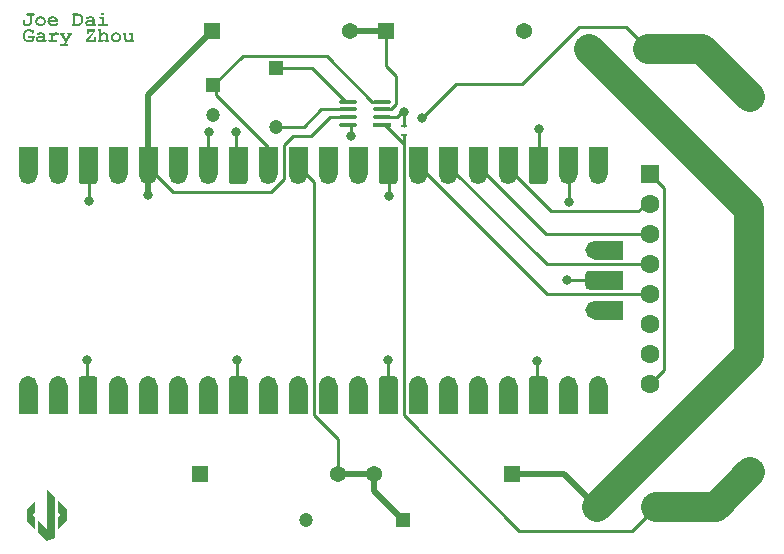
<source format=gtl>
G04*
G04 #@! TF.GenerationSoftware,Altium Limited,Altium Designer,23.0.1 (38)*
G04*
G04 Layer_Physical_Order=1*
G04 Layer_Color=255*
%FSLAX25Y25*%
%MOIN*%
G70*
G04*
G04 #@! TF.SameCoordinates,BC8FEE28-448D-4E3F-B38E-86C11A945C97*
G04*
G04*
G04 #@! TF.FilePolarity,Positive*
G04*
G01*
G75*
%ADD15C,0.01000*%
G04:AMPARAMS|DCode=16|XSize=59.06mil|YSize=15.35mil|CornerRadius=7.68mil|HoleSize=0mil|Usage=FLASHONLY|Rotation=180.000|XOffset=0mil|YOffset=0mil|HoleType=Round|Shape=RoundedRectangle|*
%AMROUNDEDRECTD16*
21,1,0.05906,0.00000,0,0,180.0*
21,1,0.04370,0.01535,0,0,180.0*
1,1,0.01535,-0.02185,0.00000*
1,1,0.01535,0.02185,0.00000*
1,1,0.01535,0.02185,0.00000*
1,1,0.01535,-0.02185,0.00000*
%
%ADD16ROUNDEDRECTD16*%
%ADD17R,0.05906X0.01535*%
%ADD18R,0.02000X0.01000*%
%ADD22C,0.04724*%
%ADD23R,0.04724X0.04724*%
%ADD26R,0.05400X0.05400*%
%ADD27C,0.06800*%
%ADD28R,0.06800X0.06800*%
%ADD29C,0.05400*%
%ADD33C,0.10000*%
%ADD34C,0.02000*%
%ADD35C,0.06319*%
%ADD36R,0.06319X0.06319*%
%ADD37C,0.07087*%
%ADD38R,0.07087X0.07087*%
%ADD39R,0.04724X0.04724*%
%ADD40C,0.03150*%
G36*
X119625Y227569D02*
X119667D01*
Y227527D01*
X119709D01*
Y227485D01*
X119750D01*
Y227444D01*
X119792D01*
Y227402D01*
X119834D01*
Y227360D01*
X119876D01*
Y227318D01*
X119918D01*
Y227277D01*
X119959D01*
Y227235D01*
X120001D01*
Y227193D01*
X120043D01*
Y227151D01*
X120085D01*
Y227110D01*
X120126D01*
Y227068D01*
X120168D01*
Y227026D01*
X120210D01*
Y226984D01*
X120252D01*
Y226943D01*
X120293D01*
Y226901D01*
X120335D01*
Y226859D01*
X120377D01*
Y226817D01*
X120419D01*
Y226776D01*
X120460D01*
Y226734D01*
X120502D01*
Y226692D01*
X120544D01*
Y226650D01*
X120586D01*
Y226609D01*
X120627D01*
Y226567D01*
X120669D01*
Y226525D01*
X120711D01*
Y226483D01*
X120753D01*
Y226442D01*
X120794D01*
Y226400D01*
X120836D01*
Y226358D01*
X120878D01*
Y226316D01*
X120920D01*
Y226274D01*
X120961D01*
Y226233D01*
X121003D01*
Y226191D01*
X121045D01*
Y226149D01*
X121087D01*
Y226108D01*
X121128D01*
Y226066D01*
X121170D01*
Y226024D01*
X121212D01*
Y225982D01*
X121254D01*
Y225940D01*
X121295D01*
Y225899D01*
X121337D01*
Y225857D01*
X121379D01*
Y225815D01*
X121421D01*
Y225774D01*
X121462D01*
Y225732D01*
X121504D01*
Y225690D01*
X121546D01*
Y225648D01*
X121588D01*
Y225606D01*
X121629D01*
Y225565D01*
X121671D01*
Y225523D01*
X121713D01*
Y225481D01*
X121755D01*
Y225440D01*
X121797D01*
Y225398D01*
X121838D01*
Y225356D01*
X121880D01*
Y225314D01*
X121922D01*
Y225272D01*
X121964D01*
Y225231D01*
X122005D01*
Y225189D01*
X122047D01*
Y225147D01*
X122089D01*
Y225105D01*
X122131D01*
Y225064D01*
X122172D01*
Y225022D01*
X122214D01*
Y224980D01*
X122256D01*
Y224938D01*
X122298D01*
Y224897D01*
X122339D01*
Y224646D01*
X122381D01*
Y211536D01*
X122298D01*
Y211494D01*
X122172D01*
Y211452D01*
X122047D01*
Y211410D01*
X121922D01*
Y211368D01*
X121797D01*
Y211327D01*
X121629D01*
Y211285D01*
X121546D01*
Y211243D01*
X121379D01*
Y211202D01*
X121295D01*
Y211160D01*
X121087D01*
Y211118D01*
X121045D01*
Y211076D01*
X120836D01*
Y211034D01*
X120794D01*
Y210993D01*
X120586D01*
Y210951D01*
X120502D01*
Y210909D01*
X120335D01*
Y210867D01*
X120252D01*
Y210826D01*
X120085D01*
Y210784D01*
X119959D01*
Y210742D01*
X119876D01*
Y210700D01*
X119709D01*
Y210659D01*
X119625D01*
Y210617D01*
X119416D01*
Y210659D01*
X119375D01*
Y210700D01*
X119333D01*
Y210742D01*
X119291D01*
Y210784D01*
X119249D01*
Y210826D01*
X119208D01*
Y210867D01*
X119166D01*
Y210909D01*
X119124D01*
Y210951D01*
X119082D01*
Y210993D01*
X119041D01*
Y211034D01*
X118999D01*
Y211076D01*
X118957D01*
Y211118D01*
X118915D01*
Y211160D01*
X118874D01*
Y211202D01*
X118832D01*
Y211243D01*
X118790D01*
Y211285D01*
X118748D01*
Y211327D01*
X118707D01*
Y211368D01*
X118665D01*
Y211410D01*
X118623D01*
Y211452D01*
X118581D01*
Y211494D01*
X118540D01*
Y211536D01*
X118498D01*
Y211577D01*
X118456D01*
Y211619D01*
X118414D01*
Y211661D01*
X118373D01*
Y211702D01*
X118331D01*
Y211744D01*
X118289D01*
Y211786D01*
X118247D01*
Y211828D01*
X118206D01*
Y211870D01*
X118164D01*
Y211911D01*
X118122D01*
Y211953D01*
X118080D01*
Y211995D01*
X118039D01*
Y212036D01*
X117997D01*
Y212078D01*
X117955D01*
Y212120D01*
X117913D01*
Y212162D01*
X117872D01*
Y212204D01*
X117830D01*
Y212245D01*
X117788D01*
Y212287D01*
X117746D01*
Y212329D01*
X117705D01*
Y212371D01*
X117663D01*
Y212412D01*
X117621D01*
Y212454D01*
X117579D01*
Y212496D01*
X117538D01*
Y212538D01*
X117496D01*
Y212621D01*
X117454D01*
Y212663D01*
X117412D01*
Y212705D01*
X117371D01*
Y212746D01*
X117329D01*
Y212788D01*
X117287D01*
Y212830D01*
X117245D01*
Y212872D01*
X117203D01*
Y212913D01*
X117162D01*
Y212955D01*
X117120D01*
Y212997D01*
X117078D01*
Y213039D01*
X117036D01*
Y213080D01*
X116995D01*
Y213122D01*
X116953D01*
Y213164D01*
X116911D01*
Y213206D01*
X116869D01*
Y213247D01*
X116828D01*
Y213289D01*
X116786D01*
Y213331D01*
X116702D01*
Y213373D01*
X116661D01*
Y213414D01*
X116619D01*
Y213456D01*
X116577D01*
Y213498D01*
X116535D01*
Y217339D01*
X116661D01*
Y217298D01*
X116702D01*
Y217214D01*
X116744D01*
Y217172D01*
X116786D01*
Y217130D01*
X116828D01*
Y217089D01*
X116869D01*
Y217047D01*
X116911D01*
Y217005D01*
X116953D01*
Y216964D01*
X116995D01*
Y216922D01*
X117036D01*
Y216880D01*
X117078D01*
Y216838D01*
X117120D01*
Y216796D01*
X117162D01*
Y216755D01*
X117203D01*
Y216713D01*
X117245D01*
Y216671D01*
X117287D01*
Y216629D01*
X117329D01*
Y216588D01*
X117371D01*
Y216546D01*
X117412D01*
Y216504D01*
X117454D01*
Y216462D01*
X117496D01*
Y216421D01*
X117538D01*
Y216379D01*
X117579D01*
Y216337D01*
X117621D01*
Y216295D01*
X117663D01*
Y216254D01*
X117705D01*
Y216212D01*
X117746D01*
Y216170D01*
X117788D01*
Y216128D01*
X117830D01*
Y216087D01*
X117872D01*
Y216045D01*
X117913D01*
Y216003D01*
X117955D01*
Y215961D01*
X117997D01*
Y215920D01*
X118039D01*
Y215878D01*
X118080D01*
Y215836D01*
X118122D01*
Y215794D01*
X118164D01*
Y215753D01*
X118206D01*
Y215711D01*
X118247D01*
Y215669D01*
X118289D01*
Y215627D01*
X118373D01*
Y215586D01*
X118414D01*
Y215544D01*
X118456D01*
Y215502D01*
X118498D01*
Y215460D01*
X118540D01*
Y215419D01*
X118581D01*
Y215377D01*
X118623D01*
Y215335D01*
X118665D01*
Y215293D01*
X118707D01*
Y215252D01*
X118748D01*
Y215210D01*
X118790D01*
Y215168D01*
X118832D01*
Y215126D01*
X118874D01*
Y215085D01*
X118915D01*
Y215043D01*
X118957D01*
Y215001D01*
X118999D01*
Y214959D01*
X119041D01*
Y214917D01*
X119082D01*
Y214876D01*
X119124D01*
Y214834D01*
X119166D01*
Y214792D01*
X119208D01*
Y214751D01*
X119249D01*
Y214709D01*
X119291D01*
Y214667D01*
X119333D01*
Y214625D01*
X119375D01*
Y214583D01*
X119416D01*
Y214542D01*
X119458D01*
Y214500D01*
X119500D01*
Y218174D01*
Y218216D01*
Y227652D01*
X119625D01*
Y227569D01*
D02*
G37*
G36*
X123341Y223895D02*
X123383D01*
Y223853D01*
X123425D01*
Y223811D01*
X123467D01*
Y223728D01*
X123508D01*
Y223686D01*
X123550D01*
Y223644D01*
X123592D01*
Y223602D01*
X123634D01*
Y223561D01*
X123675D01*
Y223519D01*
X123717D01*
Y223477D01*
X123759D01*
Y223435D01*
X123801D01*
Y223394D01*
X123842D01*
Y223352D01*
X123884D01*
Y223310D01*
X123926D01*
Y223268D01*
X123968D01*
Y223226D01*
X124009D01*
Y223185D01*
X124051D01*
Y223143D01*
X124093D01*
Y223101D01*
X124135D01*
Y223060D01*
X124176D01*
Y223018D01*
X124218D01*
Y222976D01*
X124260D01*
Y222934D01*
X124302D01*
Y222892D01*
X124343D01*
Y222851D01*
X124385D01*
Y222809D01*
X124427D01*
Y222767D01*
X124469D01*
Y222726D01*
X124510D01*
Y222684D01*
X124552D01*
Y222642D01*
X124594D01*
Y222600D01*
X124636D01*
Y222558D01*
X124677D01*
Y222517D01*
X124719D01*
Y222475D01*
X124761D01*
Y222433D01*
X124803D01*
Y222391D01*
X124845D01*
Y222350D01*
X124886D01*
Y222308D01*
X124928D01*
Y222266D01*
X124970D01*
Y222224D01*
X125012D01*
Y222183D01*
X125053D01*
Y222141D01*
X125095D01*
Y222099D01*
X125137D01*
Y222057D01*
X125179D01*
Y222016D01*
X125220D01*
Y221974D01*
X125262D01*
Y221932D01*
X125304D01*
Y221890D01*
X125346D01*
Y221849D01*
X125387D01*
Y221807D01*
X125429D01*
Y221765D01*
X125471D01*
Y221723D01*
X125513D01*
Y221682D01*
X125554D01*
Y221640D01*
X125596D01*
Y221598D01*
X125638D01*
Y221556D01*
X125680D01*
Y221515D01*
X125721D01*
Y221473D01*
X125805D01*
Y221431D01*
X125847D01*
Y221389D01*
X125888D01*
Y221348D01*
X125930D01*
Y221306D01*
X125972D01*
Y221264D01*
X126014D01*
Y221222D01*
X126055D01*
Y221181D01*
X126097D01*
Y221097D01*
X126139D01*
Y220930D01*
X126097D01*
Y217590D01*
X126139D01*
Y217548D01*
X126097D01*
Y217423D01*
X126139D01*
Y217381D01*
X126097D01*
Y217298D01*
X126139D01*
Y217256D01*
X126097D01*
Y217214D01*
X126055D01*
Y217172D01*
X126014D01*
Y217130D01*
X125972D01*
Y217089D01*
X125930D01*
Y217047D01*
X125888D01*
Y217005D01*
X125847D01*
Y216964D01*
X125805D01*
Y216922D01*
X125763D01*
Y216880D01*
X125721D01*
Y216838D01*
X125680D01*
Y216796D01*
X125638D01*
Y216755D01*
X125596D01*
Y216713D01*
X125554D01*
Y216671D01*
X125513D01*
Y216629D01*
X125471D01*
Y216588D01*
X125429D01*
Y216546D01*
X125387D01*
Y216504D01*
X125346D01*
Y216462D01*
X125304D01*
Y216421D01*
X125262D01*
Y216379D01*
X125220D01*
Y216337D01*
X125179D01*
Y216295D01*
X125137D01*
Y216254D01*
X125095D01*
Y216212D01*
X125053D01*
Y216170D01*
X125012D01*
Y216128D01*
X124970D01*
Y216087D01*
X124928D01*
Y216045D01*
X124886D01*
Y216003D01*
X124845D01*
Y215961D01*
X124803D01*
Y215920D01*
X124761D01*
Y215878D01*
X124719D01*
Y215836D01*
X124677D01*
Y215794D01*
X124636D01*
Y215753D01*
X124594D01*
Y215711D01*
X124552D01*
Y215669D01*
X124510D01*
Y215627D01*
X124469D01*
Y215586D01*
X124427D01*
Y215544D01*
X124385D01*
Y215502D01*
X124343D01*
Y215460D01*
X124302D01*
Y215419D01*
X124260D01*
Y215377D01*
X124218D01*
Y215335D01*
X124176D01*
Y215293D01*
X124135D01*
Y215252D01*
X124093D01*
Y215210D01*
X124051D01*
Y215168D01*
X124009D01*
Y215126D01*
X123968D01*
Y215085D01*
X123926D01*
Y215043D01*
X123884D01*
Y215001D01*
X123842D01*
Y214959D01*
X123801D01*
Y214917D01*
X123759D01*
Y214876D01*
X123717D01*
Y214834D01*
X123675D01*
Y214792D01*
X123634D01*
Y214751D01*
X123592D01*
Y214709D01*
X123550D01*
Y214667D01*
X123508D01*
Y214625D01*
X123467D01*
Y214583D01*
X123425D01*
Y214542D01*
X123383D01*
Y214500D01*
X123341D01*
Y214458D01*
X123216D01*
Y218258D01*
X123258D01*
Y218300D01*
X123300D01*
Y218341D01*
X123341D01*
Y218383D01*
X123383D01*
Y218425D01*
X123425D01*
Y218467D01*
X123467D01*
Y218508D01*
X123508D01*
Y218550D01*
X123550D01*
Y218592D01*
X123592D01*
Y218634D01*
X123634D01*
Y218675D01*
X123675D01*
Y218717D01*
X123717D01*
Y218759D01*
X123759D01*
Y218801D01*
X123801D01*
Y218842D01*
X123842D01*
Y218884D01*
X123884D01*
Y218926D01*
X123926D01*
Y218968D01*
X123968D01*
Y219009D01*
X124009D01*
Y219051D01*
X124051D01*
Y219093D01*
X124093D01*
Y219176D01*
X124135D01*
Y219260D01*
X124093D01*
Y219302D01*
X124051D01*
Y219343D01*
X124009D01*
Y219385D01*
X123968D01*
Y219427D01*
X123926D01*
Y219469D01*
X123884D01*
Y219510D01*
X123842D01*
Y219552D01*
X123801D01*
Y219594D01*
X123759D01*
Y219636D01*
X123717D01*
Y219677D01*
X123675D01*
Y219719D01*
X123634D01*
Y219761D01*
X123592D01*
Y219803D01*
X123550D01*
Y219845D01*
X123508D01*
Y219886D01*
X123467D01*
Y219928D01*
X123425D01*
Y219970D01*
X123383D01*
Y220011D01*
X123341D01*
Y220053D01*
X123300D01*
Y220095D01*
X123258D01*
Y223936D01*
X123341D01*
Y223895D01*
D02*
G37*
G36*
X115659Y220095D02*
X115617D01*
Y220053D01*
X115575D01*
Y220011D01*
X115533D01*
Y219970D01*
X115492D01*
Y219928D01*
X115450D01*
Y219886D01*
X115408D01*
Y219845D01*
X115366D01*
Y219803D01*
X115325D01*
Y219761D01*
X115283D01*
Y219719D01*
X115241D01*
Y219677D01*
X115199D01*
Y219636D01*
X115158D01*
Y219594D01*
X115116D01*
Y219552D01*
X115074D01*
Y219510D01*
X115032D01*
Y219469D01*
X114991D01*
Y219427D01*
X114949D01*
Y219385D01*
X114907D01*
Y219343D01*
X114865D01*
Y219302D01*
X114824D01*
Y219260D01*
X114782D01*
Y219176D01*
X114824D01*
Y219135D01*
X114865D01*
Y219093D01*
X114907D01*
Y219051D01*
X114949D01*
Y219009D01*
X114991D01*
Y218968D01*
X115032D01*
Y218926D01*
X115074D01*
Y218884D01*
X115116D01*
Y218842D01*
X115158D01*
Y218801D01*
X115199D01*
Y218759D01*
X115241D01*
Y218717D01*
X115283D01*
Y218675D01*
X115325D01*
Y218634D01*
X115366D01*
Y218592D01*
X115408D01*
Y218550D01*
X115450D01*
Y218508D01*
X115492D01*
Y218467D01*
X115533D01*
Y218425D01*
X115575D01*
Y218383D01*
X115617D01*
Y218341D01*
X115659D01*
Y218300D01*
X115700D01*
Y217924D01*
Y217882D01*
Y214458D01*
X115575D01*
Y214500D01*
X115533D01*
Y214542D01*
X115492D01*
Y214583D01*
X115450D01*
Y214625D01*
X115408D01*
Y214667D01*
X115366D01*
Y214709D01*
X115325D01*
Y214751D01*
X115283D01*
Y214792D01*
X115241D01*
Y214834D01*
X115199D01*
Y214876D01*
X115158D01*
Y214917D01*
X115116D01*
Y214959D01*
X115074D01*
Y215001D01*
X115032D01*
Y215043D01*
X114991D01*
Y215085D01*
X114949D01*
Y215126D01*
X114907D01*
Y215168D01*
X114865D01*
Y215210D01*
X114824D01*
Y215252D01*
X114782D01*
Y215293D01*
X114740D01*
Y215335D01*
X114698D01*
Y215377D01*
X114657D01*
Y215419D01*
X114615D01*
Y215460D01*
X114573D01*
Y215502D01*
X114531D01*
Y215544D01*
X114490D01*
Y215586D01*
X114448D01*
Y215627D01*
X114406D01*
Y215669D01*
X114364D01*
Y215711D01*
X114322D01*
Y215753D01*
X114281D01*
Y215794D01*
X114239D01*
Y215836D01*
X114197D01*
Y215878D01*
X114155D01*
Y215920D01*
X114114D01*
Y215961D01*
X114072D01*
Y216003D01*
X114030D01*
Y216045D01*
X113988D01*
Y216087D01*
X113947D01*
Y216128D01*
X113905D01*
Y216170D01*
X113863D01*
Y216212D01*
X113821D01*
Y216254D01*
X113780D01*
Y216295D01*
X113738D01*
Y216337D01*
X113696D01*
Y216379D01*
X113654D01*
Y216421D01*
X113613D01*
Y216462D01*
X113571D01*
Y216504D01*
X113529D01*
Y216546D01*
X113488D01*
Y216588D01*
X113446D01*
Y216629D01*
X113404D01*
Y216671D01*
X113362D01*
Y216713D01*
X113321D01*
Y216755D01*
X113279D01*
Y216796D01*
X113237D01*
Y216838D01*
X113195D01*
Y216880D01*
X113153D01*
Y216922D01*
X113112D01*
Y216964D01*
X113070D01*
Y217005D01*
X113028D01*
Y217047D01*
X112986D01*
Y217089D01*
X112945D01*
Y217130D01*
X112903D01*
Y217172D01*
X112861D01*
Y217214D01*
X112819D01*
Y221181D01*
X112861D01*
Y221222D01*
X112945D01*
Y221264D01*
X112986D01*
Y221306D01*
X113028D01*
Y221348D01*
X113070D01*
Y221389D01*
X113112D01*
Y221431D01*
X113153D01*
Y221473D01*
X113195D01*
Y221515D01*
X113237D01*
Y221556D01*
X113279D01*
Y221598D01*
X113321D01*
Y221640D01*
X113362D01*
Y221682D01*
X113404D01*
Y221723D01*
X113446D01*
Y221765D01*
X113488D01*
Y221807D01*
X113529D01*
Y221849D01*
X113571D01*
Y221890D01*
X113613D01*
Y221932D01*
X113654D01*
Y221974D01*
X113696D01*
Y222016D01*
X113738D01*
Y222057D01*
X113780D01*
Y222099D01*
X113821D01*
Y222141D01*
X113863D01*
Y222183D01*
X113905D01*
Y222224D01*
X113947D01*
Y222266D01*
X113988D01*
Y222308D01*
X114030D01*
Y222350D01*
X114072D01*
Y222391D01*
X114114D01*
Y222433D01*
X114155D01*
Y222475D01*
X114197D01*
Y222517D01*
X114239D01*
Y222558D01*
X114281D01*
Y222600D01*
X114322D01*
Y222642D01*
X114364D01*
Y222684D01*
X114406D01*
Y222726D01*
X114448D01*
Y222767D01*
X114490D01*
Y222809D01*
X114531D01*
Y222851D01*
X114573D01*
Y222892D01*
X114615D01*
Y222934D01*
X114657D01*
Y222976D01*
X114698D01*
Y223018D01*
X114740D01*
Y223060D01*
X114782D01*
Y223101D01*
X114824D01*
Y223143D01*
X114865D01*
Y223185D01*
X114907D01*
Y223226D01*
X114949D01*
Y223268D01*
X114991D01*
Y223310D01*
X115032D01*
Y223352D01*
X115074D01*
Y223394D01*
X115116D01*
Y223435D01*
X115158D01*
Y223477D01*
X115199D01*
Y223519D01*
X115241D01*
Y223561D01*
X115283D01*
Y223602D01*
X115325D01*
Y223644D01*
X115366D01*
Y223686D01*
X115408D01*
Y223728D01*
X115450D01*
Y223769D01*
X115492D01*
Y223811D01*
X115533D01*
Y223853D01*
X115575D01*
Y223936D01*
X115659D01*
Y220095D01*
D02*
G37*
G36*
X138480Y385952D02*
X137649D01*
Y386689D01*
X138480D01*
Y385952D01*
D02*
G37*
G36*
X134128Y385449D02*
X134179D01*
X134238Y385442D01*
X134383Y385420D01*
X134544Y385391D01*
X134711Y385340D01*
X134872Y385267D01*
X135018Y385172D01*
X135025D01*
X135032Y385158D01*
X135076Y385121D01*
X135134Y385056D01*
X135200Y384976D01*
X135265Y384866D01*
X135324Y384735D01*
X135368Y384582D01*
X135375Y384494D01*
X135382Y384407D01*
Y382978D01*
X135542D01*
X135586Y382971D01*
X135637Y382963D01*
X135761Y382934D01*
X135819Y382912D01*
X135863Y382876D01*
X135871Y382869D01*
X135878Y382861D01*
X135900Y382840D01*
X135922Y382810D01*
X135958Y382730D01*
X135965Y382686D01*
X135972Y382628D01*
Y382621D01*
Y382606D01*
X135965Y382577D01*
X135958Y382541D01*
X135943Y382504D01*
X135929Y382460D01*
X135900Y382417D01*
X135863Y382380D01*
X135856Y382373D01*
X135841Y382366D01*
X135812Y382351D01*
X135776Y382337D01*
X135725Y382315D01*
X135666Y382300D01*
X135586Y382293D01*
X135499Y382285D01*
X134689D01*
Y382446D01*
X134675Y382439D01*
X134646Y382424D01*
X134587Y382402D01*
X134522Y382366D01*
X134434Y382337D01*
X134332Y382300D01*
X134223Y382271D01*
X134106Y382242D01*
X134092D01*
X134055Y382235D01*
X133997Y382220D01*
X133917Y382213D01*
X133829Y382198D01*
X133735Y382184D01*
X133530Y382176D01*
X133479D01*
X133436Y382184D01*
X133392D01*
X133334Y382191D01*
X133210Y382213D01*
X133064Y382249D01*
X132918Y382300D01*
X132765Y382373D01*
X132626Y382468D01*
X132619D01*
X132612Y382482D01*
X132575Y382519D01*
X132517Y382577D01*
X132451Y382657D01*
X132386Y382759D01*
X132335Y382869D01*
X132291Y382993D01*
X132284Y383058D01*
X132276Y383124D01*
Y383131D01*
Y383146D01*
Y383168D01*
X132284Y383197D01*
X132298Y383277D01*
X132335Y383386D01*
X132386Y383510D01*
X132422Y383576D01*
X132466Y383642D01*
X132517Y383714D01*
X132575Y383787D01*
X132641Y383853D01*
X132721Y383926D01*
X132729Y383933D01*
X132743Y383940D01*
X132765Y383962D01*
X132801Y383984D01*
X132845Y384013D01*
X132903Y384042D01*
X132969Y384079D01*
X133042Y384115D01*
X133122Y384152D01*
X133217Y384188D01*
X133319Y384217D01*
X133428Y384246D01*
X133545Y384268D01*
X133676Y384290D01*
X133807Y384298D01*
X133953Y384305D01*
X134077D01*
X134165Y384298D01*
X134274Y384290D01*
X134398Y384276D01*
X134536Y384254D01*
X134689Y384232D01*
Y384400D01*
Y384407D01*
Y384429D01*
X134682Y384458D01*
X134675Y384494D01*
X134653Y384531D01*
X134631Y384582D01*
X134595Y384618D01*
X134551Y384662D01*
X134544Y384669D01*
X134522Y384677D01*
X134493Y384691D01*
X134442Y384713D01*
X134369Y384735D01*
X134281Y384750D01*
X134172Y384757D01*
X134041Y384764D01*
X133982D01*
X133917Y384757D01*
X133829Y384750D01*
X133713Y384735D01*
X133574Y384713D01*
X133414Y384684D01*
X133239Y384640D01*
X133231D01*
X133210Y384633D01*
X133173Y384626D01*
X133137Y384618D01*
X133042Y384604D01*
X132998Y384596D01*
X132933D01*
X132903Y384604D01*
X132874Y384611D01*
X132801Y384640D01*
X132758Y384662D01*
X132721Y384691D01*
X132714Y384699D01*
X132707Y384713D01*
X132692Y384735D01*
X132677Y384764D01*
X132641Y384844D01*
X132634Y384888D01*
X132626Y384946D01*
Y384954D01*
Y384961D01*
X132634Y384997D01*
X132641Y385048D01*
X132656Y385100D01*
X132663Y385114D01*
X132685Y385136D01*
X132714Y385172D01*
X132750Y385202D01*
X132765Y385209D01*
X132780Y385216D01*
X132809Y385231D01*
X132845Y385245D01*
X132889Y385260D01*
X132940Y385274D01*
X133005Y385296D01*
X133020D01*
X133049Y385311D01*
X133100Y385326D01*
X133166Y385340D01*
X133246Y385355D01*
X133334Y385377D01*
X133530Y385413D01*
X133545D01*
X133574Y385420D01*
X133625Y385427D01*
X133691Y385435D01*
X133771Y385442D01*
X133851Y385449D01*
X134019Y385457D01*
X134077D01*
X134128Y385449D01*
D02*
G37*
G36*
X115014Y386390D02*
X115065Y386383D01*
X115189Y386353D01*
X115247Y386332D01*
X115291Y386295D01*
X115298Y386288D01*
X115305Y386280D01*
X115327Y386259D01*
X115349Y386229D01*
X115386Y386149D01*
X115393Y386105D01*
X115400Y386047D01*
Y386040D01*
Y386025D01*
X115393Y385996D01*
X115386Y385960D01*
X115371Y385923D01*
X115356Y385879D01*
X115327Y385836D01*
X115291Y385799D01*
X115284Y385792D01*
X115269Y385785D01*
X115240Y385770D01*
X115203Y385756D01*
X115152Y385734D01*
X115094Y385719D01*
X115014Y385712D01*
X114926Y385704D01*
X114518D01*
Y383590D01*
Y383583D01*
Y383576D01*
Y383554D01*
Y383525D01*
X114511Y383452D01*
X114504Y383364D01*
X114482Y383262D01*
X114460Y383160D01*
X114423Y383051D01*
X114380Y382956D01*
Y382949D01*
X114372Y382942D01*
X114343Y382898D01*
X114292Y382832D01*
X114226Y382745D01*
X114146Y382657D01*
X114044Y382563D01*
X113928Y382468D01*
X113789Y382380D01*
X113782D01*
X113775Y382373D01*
X113753Y382358D01*
X113724Y382351D01*
X113651Y382315D01*
X113549Y382278D01*
X113425Y382242D01*
X113293Y382205D01*
X113140Y382184D01*
X112987Y382176D01*
X112929D01*
X112885Y382184D01*
X112834Y382191D01*
X112761Y382198D01*
X112688Y382213D01*
X112593Y382235D01*
X112499Y382256D01*
X112382Y382285D01*
X112266Y382329D01*
X112127Y382373D01*
X111988Y382424D01*
X111835Y382482D01*
X111675Y382555D01*
X111500Y382635D01*
Y383780D01*
Y383795D01*
Y383824D01*
X111507Y383868D01*
X111515Y383918D01*
X111544Y384035D01*
X111566Y384093D01*
X111595Y384137D01*
X111602Y384144D01*
X111609Y384152D01*
X111631Y384174D01*
X111660Y384195D01*
X111741Y384232D01*
X111792Y384239D01*
X111843Y384246D01*
X111872D01*
X111894Y384239D01*
X111930Y384232D01*
X111974Y384217D01*
X112010Y384203D01*
X112054Y384174D01*
X112091Y384137D01*
X112098Y384130D01*
X112105Y384115D01*
X112120Y384086D01*
X112142Y384050D01*
X112163Y383999D01*
X112178Y383940D01*
X112185Y383860D01*
X112193Y383773D01*
Y383095D01*
X112200D01*
X112214Y383087D01*
X112236Y383073D01*
X112273Y383058D01*
X112317Y383044D01*
X112360Y383022D01*
X112470Y382985D01*
X112601Y382942D01*
X112739Y382905D01*
X112878Y382876D01*
X113009Y382869D01*
X113038D01*
X113075Y382876D01*
X113126D01*
X113177Y382891D01*
X113242Y382905D01*
X113308Y382920D01*
X113381Y382949D01*
X113388Y382956D01*
X113410Y382963D01*
X113446Y382978D01*
X113490Y383007D01*
X113585Y383066D01*
X113636Y383102D01*
X113672Y383146D01*
X113680Y383153D01*
X113687Y383168D01*
X113709Y383190D01*
X113731Y383219D01*
X113775Y383292D01*
X113804Y383379D01*
X113811Y383394D01*
Y383408D01*
X113818Y383437D01*
Y383474D01*
X113826Y383525D01*
Y383590D01*
Y383671D01*
Y385704D01*
X112936D01*
X112892Y385712D01*
X112834Y385719D01*
X112710Y385748D01*
X112659Y385770D01*
X112608Y385799D01*
X112601Y385807D01*
X112593Y385814D01*
X112579Y385836D01*
X112557Y385865D01*
X112521Y385945D01*
X112513Y385996D01*
X112506Y386047D01*
Y386054D01*
Y386076D01*
X112513Y386098D01*
X112521Y386135D01*
X112550Y386215D01*
X112572Y386259D01*
X112608Y386295D01*
X112615Y386302D01*
X112630Y386310D01*
X112659Y386324D01*
X112696Y386346D01*
X112747Y386368D01*
X112812Y386383D01*
X112892Y386390D01*
X112980Y386397D01*
X114970D01*
X115014Y386390D01*
D02*
G37*
G36*
X138575Y382978D02*
X139450D01*
X139494Y382971D01*
X139545Y382963D01*
X139669Y382934D01*
X139727Y382912D01*
X139771Y382876D01*
X139778Y382869D01*
X139785Y382861D01*
X139807Y382840D01*
X139829Y382810D01*
X139865Y382730D01*
X139873Y382686D01*
X139880Y382628D01*
Y382621D01*
Y382606D01*
X139873Y382577D01*
X139865Y382541D01*
X139851Y382504D01*
X139836Y382460D01*
X139807Y382417D01*
X139771Y382380D01*
X139763Y382373D01*
X139749Y382366D01*
X139720Y382351D01*
X139683Y382337D01*
X139632Y382315D01*
X139574Y382300D01*
X139494Y382293D01*
X139406Y382285D01*
X137008D01*
X136964Y382293D01*
X136906Y382300D01*
X136782Y382329D01*
X136731Y382351D01*
X136680Y382380D01*
X136672Y382388D01*
X136665Y382395D01*
X136651Y382417D01*
X136629Y382446D01*
X136592Y382526D01*
X136585Y382577D01*
X136578Y382628D01*
Y382635D01*
Y382657D01*
X136585Y382679D01*
X136592Y382716D01*
X136621Y382796D01*
X136643Y382840D01*
X136680Y382876D01*
X136687Y382883D01*
X136702Y382891D01*
X136731Y382905D01*
X136767Y382927D01*
X136818Y382949D01*
X136884Y382963D01*
X136964Y382971D01*
X137051Y382978D01*
X137882D01*
Y384677D01*
X137277D01*
X137234Y384684D01*
X137175Y384691D01*
X137051Y384720D01*
X137000Y384742D01*
X136949Y384771D01*
X136942Y384779D01*
X136935Y384786D01*
X136920Y384808D01*
X136898Y384837D01*
X136862Y384917D01*
X136855Y384968D01*
X136847Y385019D01*
Y385027D01*
Y385048D01*
X136855Y385070D01*
X136862Y385107D01*
X136891Y385187D01*
X136913Y385231D01*
X136949Y385267D01*
X136957Y385274D01*
X136971Y385282D01*
X137000Y385296D01*
X137037Y385318D01*
X137088Y385340D01*
X137153Y385355D01*
X137234Y385362D01*
X137321Y385369D01*
X138575D01*
Y382978D01*
D02*
G37*
G36*
X129805Y386390D02*
X129864D01*
X129929Y386383D01*
X130017Y386375D01*
X130119Y386361D01*
X130228Y386339D01*
X130345Y386310D01*
X130469Y386266D01*
X130476D01*
X130483Y386259D01*
X130527Y386244D01*
X130585Y386215D01*
X130658Y386178D01*
X130746Y386135D01*
X130833Y386076D01*
X130921Y386018D01*
X131001Y385945D01*
X131008Y385938D01*
X131030Y385916D01*
X131059Y385887D01*
X131096Y385843D01*
X131139Y385785D01*
X131190Y385712D01*
X131249Y385632D01*
X131307Y385544D01*
X131314Y385530D01*
X131336Y385500D01*
X131365Y385449D01*
X131402Y385384D01*
X131438Y385311D01*
X131482Y385223D01*
X131518Y385136D01*
X131555Y385041D01*
X131562Y385027D01*
X131569Y384997D01*
X131584Y384946D01*
X131598Y384874D01*
X131613Y384786D01*
X131628Y384677D01*
X131642Y384560D01*
Y384429D01*
Y384093D01*
Y384086D01*
Y384072D01*
Y384050D01*
Y384021D01*
X131635Y383940D01*
X131620Y383831D01*
X131606Y383714D01*
X131577Y383583D01*
X131540Y383445D01*
X131489Y383313D01*
Y383306D01*
X131482Y383299D01*
X131460Y383255D01*
X131431Y383197D01*
X131380Y383117D01*
X131322Y383029D01*
X131256Y382934D01*
X131176Y382840D01*
X131088Y382752D01*
X131081Y382745D01*
X131044Y382716D01*
X131001Y382679D01*
X130942Y382635D01*
X130869Y382584D01*
X130797Y382533D01*
X130709Y382482D01*
X130629Y382439D01*
X130622D01*
X130614Y382431D01*
X130593Y382424D01*
X130571Y382417D01*
X130498Y382388D01*
X130396Y382366D01*
X130264Y382337D01*
X130119Y382307D01*
X129944Y382293D01*
X129747Y382285D01*
X128296D01*
X128252Y382293D01*
X128194Y382300D01*
X128070Y382329D01*
X128019Y382351D01*
X127968Y382380D01*
X127961Y382388D01*
X127954Y382395D01*
X127939Y382417D01*
X127917Y382446D01*
X127881Y382526D01*
X127873Y382577D01*
X127866Y382628D01*
Y382635D01*
Y382657D01*
X127873Y382679D01*
X127881Y382716D01*
X127910Y382796D01*
X127932Y382840D01*
X127968Y382876D01*
X127975Y382883D01*
X127990Y382891D01*
X128019Y382905D01*
X128056Y382927D01*
X128107Y382949D01*
X128172Y382963D01*
X128252Y382971D01*
X128340Y382978D01*
Y385704D01*
X128296D01*
X128252Y385712D01*
X128194Y385719D01*
X128070Y385748D01*
X128019Y385770D01*
X127968Y385799D01*
X127961Y385807D01*
X127954Y385814D01*
X127939Y385836D01*
X127917Y385865D01*
X127881Y385945D01*
X127873Y385996D01*
X127866Y386047D01*
Y386054D01*
Y386076D01*
X127873Y386098D01*
X127881Y386135D01*
X127910Y386215D01*
X127932Y386259D01*
X127968Y386295D01*
X127975Y386302D01*
X127990Y386310D01*
X128019Y386324D01*
X128056Y386346D01*
X128107Y386368D01*
X128172Y386383D01*
X128252Y386390D01*
X128340Y386397D01*
X129805Y386390D01*
D02*
G37*
G36*
X121633Y385449D02*
X121735Y385435D01*
X121852Y385420D01*
X121983Y385391D01*
X122122Y385355D01*
X122253Y385304D01*
X122260D01*
X122267Y385296D01*
X122311Y385282D01*
X122377Y385245D01*
X122457Y385209D01*
X122537Y385165D01*
X122632Y385107D01*
X122712Y385048D01*
X122785Y384983D01*
X122792Y384968D01*
X122829Y384939D01*
X122872Y384881D01*
X122923Y384808D01*
X122989Y384720D01*
X123055Y384611D01*
X123120Y384494D01*
X123186Y384363D01*
X123193Y384349D01*
X123201Y384319D01*
X123222Y384261D01*
X123244Y384188D01*
X123259Y384101D01*
X123281Y383999D01*
X123288Y383889D01*
X123295Y383765D01*
X123302Y383474D01*
X120445D01*
X120452Y383459D01*
X120467Y383430D01*
X120489Y383379D01*
X120532Y383313D01*
X120583Y383241D01*
X120649Y383168D01*
X120729Y383095D01*
X120824Y383029D01*
X120838Y383022D01*
X120875Y383007D01*
X120933Y382978D01*
X121021Y382949D01*
X121130Y382920D01*
X121261Y382891D01*
X121407Y382876D01*
X121575Y382869D01*
X121648D01*
X121684Y382876D01*
X121728D01*
X121786Y382883D01*
X121852Y382891D01*
X121917Y382898D01*
X121998Y382905D01*
X122173Y382934D01*
X122377Y382978D01*
X122603Y383029D01*
X122617D01*
X122646Y383044D01*
X122690Y383051D01*
X122748Y383066D01*
X122865Y383087D01*
X122923Y383102D01*
X122989D01*
X123018Y383095D01*
X123047Y383087D01*
X123127Y383058D01*
X123164Y383036D01*
X123201Y383000D01*
X123208Y382993D01*
X123215Y382985D01*
X123230Y382963D01*
X123251Y382934D01*
X123288Y382854D01*
X123295Y382810D01*
X123302Y382752D01*
Y382745D01*
Y382730D01*
X123295Y382708D01*
X123288Y382672D01*
X123259Y382599D01*
X123237Y382563D01*
X123201Y382526D01*
X123193Y382519D01*
X123171Y382504D01*
X123127Y382482D01*
X123069Y382453D01*
X122975Y382417D01*
X122923Y382395D01*
X122865Y382373D01*
X122792Y382351D01*
X122719Y382329D01*
X122632Y382307D01*
X122537Y382285D01*
X122530D01*
X122515Y382278D01*
X122486D01*
X122450Y382271D01*
X122399Y382264D01*
X122347Y382249D01*
X122282Y382242D01*
X122216Y382235D01*
X122056Y382213D01*
X121888Y382191D01*
X121706Y382184D01*
X121524Y382176D01*
X121444D01*
X121385Y382184D01*
X121312Y382191D01*
X121232Y382198D01*
X121145Y382213D01*
X121043Y382235D01*
X120831Y382293D01*
X120722Y382329D01*
X120613Y382373D01*
X120503Y382424D01*
X120394Y382490D01*
X120284Y382563D01*
X120190Y382643D01*
X120182Y382650D01*
X120168Y382665D01*
X120146Y382694D01*
X120109Y382730D01*
X120073Y382774D01*
X120037Y382832D01*
X119986Y382891D01*
X119942Y382963D01*
X119898Y383044D01*
X119854Y383131D01*
X119774Y383335D01*
X119738Y383437D01*
X119716Y383554D01*
X119701Y383678D01*
X119694Y383802D01*
Y383809D01*
Y383831D01*
X119701Y383875D01*
Y383926D01*
X119709Y383984D01*
X119723Y384057D01*
X119738Y384137D01*
X119760Y384225D01*
X119789Y384319D01*
X119825Y384414D01*
X119869Y384516D01*
X119920Y384618D01*
X119986Y384720D01*
X120059Y384815D01*
X120139Y384910D01*
X120233Y384997D01*
X120241Y385005D01*
X120255Y385019D01*
X120284Y385041D01*
X120328Y385070D01*
X120379Y385107D01*
X120445Y385143D01*
X120510Y385187D01*
X120591Y385231D01*
X120678Y385267D01*
X120773Y385311D01*
X120984Y385384D01*
X121101Y385413D01*
X121225Y385435D01*
X121349Y385449D01*
X121480Y385457D01*
X121553D01*
X121633Y385449D01*
D02*
G37*
G36*
X117507D02*
X117558Y385442D01*
X117675Y385427D01*
X117813Y385398D01*
X117966Y385355D01*
X118127Y385296D01*
X118294Y385216D01*
X118302D01*
X118316Y385209D01*
X118338Y385194D01*
X118367Y385172D01*
X118447Y385121D01*
X118542Y385048D01*
X118651Y384961D01*
X118768Y384852D01*
X118870Y384728D01*
X118965Y384582D01*
Y384575D01*
X118972Y384567D01*
X118987Y384545D01*
X119001Y384516D01*
X119038Y384436D01*
X119082Y384334D01*
X119118Y384210D01*
X119155Y384072D01*
X119184Y383918D01*
X119191Y383765D01*
Y383758D01*
Y383751D01*
Y383729D01*
Y383700D01*
X119176Y383620D01*
X119162Y383518D01*
X119133Y383401D01*
X119096Y383270D01*
X119038Y383131D01*
X118965Y382985D01*
Y382978D01*
X118958Y382971D01*
X118921Y382927D01*
X118870Y382854D01*
X118797Y382774D01*
X118710Y382679D01*
X118593Y382577D01*
X118455Y382482D01*
X118302Y382395D01*
X118294D01*
X118280Y382388D01*
X118258Y382373D01*
X118229Y382358D01*
X118185Y382344D01*
X118141Y382329D01*
X118025Y382285D01*
X117886Y382249D01*
X117733Y382213D01*
X117558Y382184D01*
X117383Y382176D01*
X117303D01*
X117259Y382184D01*
X117208Y382191D01*
X117091Y382205D01*
X116953Y382227D01*
X116800Y382264D01*
X116639Y382315D01*
X116472Y382388D01*
X116464D01*
X116450Y382395D01*
X116428Y382410D01*
X116399Y382431D01*
X116326Y382475D01*
X116231Y382548D01*
X116122Y382628D01*
X116013Y382730D01*
X115910Y382854D01*
X115816Y382985D01*
Y382993D01*
X115808Y383000D01*
X115794Y383022D01*
X115779Y383051D01*
X115743Y383124D01*
X115706Y383226D01*
X115663Y383343D01*
X115626Y383481D01*
X115597Y383620D01*
X115590Y383773D01*
Y383780D01*
Y383795D01*
Y383816D01*
X115597Y383846D01*
X115604Y383926D01*
X115619Y384028D01*
X115648Y384152D01*
X115684Y384290D01*
X115743Y384436D01*
X115816Y384589D01*
Y384596D01*
X115830Y384604D01*
X115838Y384626D01*
X115859Y384655D01*
X115910Y384728D01*
X115983Y384822D01*
X116078Y384917D01*
X116195Y385027D01*
X116326Y385129D01*
X116479Y385223D01*
X116486D01*
X116501Y385231D01*
X116523Y385245D01*
X116552Y385260D01*
X116596Y385274D01*
X116639Y385296D01*
X116756Y385340D01*
X116895Y385384D01*
X117048Y385420D01*
X117208Y385449D01*
X117383Y385457D01*
X117463D01*
X117507Y385449D01*
D02*
G37*
G36*
X113651Y381157D02*
X113731Y381150D01*
X113826Y381142D01*
X114015Y381106D01*
X114030D01*
X114059Y381099D01*
X114110Y381084D01*
X114175Y381062D01*
X114248Y381040D01*
X114336Y381011D01*
X114511Y380931D01*
X114518Y380938D01*
X114533Y380953D01*
X114562Y380975D01*
X114598Y380997D01*
X114686Y381040D01*
X114729Y381055D01*
X114780Y381062D01*
X114810D01*
X114831Y381055D01*
X114868Y381048D01*
X114912Y381033D01*
X114948Y381018D01*
X114992Y380989D01*
X115028Y380953D01*
X115036Y380946D01*
X115043Y380931D01*
X115058Y380909D01*
X115079Y380873D01*
X115094Y380822D01*
X115109Y380756D01*
X115116Y380683D01*
X115123Y380596D01*
Y380144D01*
Y380136D01*
Y380100D01*
X115116Y380056D01*
X115109Y380005D01*
X115079Y379889D01*
X115058Y379830D01*
X115021Y379786D01*
X115014Y379779D01*
X115006Y379772D01*
X114985Y379757D01*
X114955Y379735D01*
X114875Y379699D01*
X114831Y379692D01*
X114773Y379684D01*
X114751D01*
X114729Y379692D01*
X114708D01*
X114635Y379714D01*
X114569Y379757D01*
X114555Y379772D01*
X114547Y379786D01*
X114525Y379808D01*
X114511Y379838D01*
X114489Y379874D01*
X114467Y379925D01*
X114452Y379983D01*
Y379991D01*
X114445Y380012D01*
X114438Y380042D01*
X114423Y380078D01*
X114394Y380158D01*
X114372Y380188D01*
X114350Y380217D01*
X114343Y380224D01*
X114336Y380231D01*
X114307Y380253D01*
X114278Y380275D01*
X114226Y380304D01*
X114175Y380333D01*
X114102Y380362D01*
X114022Y380392D01*
X114015Y380399D01*
X113979Y380406D01*
X113935Y380421D01*
X113869Y380435D01*
X113789Y380450D01*
X113702Y380457D01*
X113607Y380472D01*
X113425D01*
X113352Y380465D01*
X113250Y380450D01*
X113140Y380428D01*
X113016Y380399D01*
X112892Y380355D01*
X112776Y380297D01*
X112768Y380290D01*
X112739Y380275D01*
X112696Y380239D01*
X112645Y380195D01*
X112579Y380136D01*
X112513Y380064D01*
X112448Y379969D01*
X112375Y379859D01*
X112367Y379845D01*
X112346Y379808D01*
X112317Y379743D01*
X112287Y379655D01*
X112251Y379553D01*
X112222Y379444D01*
X112200Y379313D01*
X112193Y379181D01*
Y378671D01*
Y378664D01*
Y378649D01*
Y378620D01*
X112200Y378576D01*
Y378533D01*
X112207Y378482D01*
X112236Y378358D01*
X112273Y378219D01*
X112331Y378073D01*
X112411Y377942D01*
X112455Y377876D01*
X112513Y377818D01*
X112521D01*
X112528Y377804D01*
X112550Y377789D01*
X112579Y377775D01*
X112608Y377753D01*
X112652Y377731D01*
X112703Y377702D01*
X112768Y377680D01*
X112834Y377651D01*
X112907Y377621D01*
X112995Y377600D01*
X113089Y377578D01*
X113191Y377563D01*
X113301Y377549D01*
X113417Y377534D01*
X113629D01*
X113672Y377541D01*
X113724D01*
X113840Y377556D01*
X113979Y377578D01*
X114124Y377607D01*
X114278Y377651D01*
X114431Y377709D01*
Y378212D01*
X113680D01*
X113636Y378219D01*
X113578Y378226D01*
X113454Y378256D01*
X113403Y378277D01*
X113352Y378307D01*
X113344Y378314D01*
X113337Y378321D01*
X113322Y378343D01*
X113301Y378372D01*
X113264Y378452D01*
X113257Y378503D01*
X113250Y378555D01*
Y378562D01*
Y378584D01*
X113257Y378606D01*
X113264Y378642D01*
X113293Y378722D01*
X113315Y378766D01*
X113352Y378802D01*
X113359Y378810D01*
X113373Y378817D01*
X113403Y378832D01*
X113439Y378853D01*
X113490Y378875D01*
X113556Y378890D01*
X113636Y378897D01*
X113724Y378904D01*
X115145D01*
X115167Y378897D01*
X115196Y378890D01*
X115276Y378861D01*
X115313Y378839D01*
X115356Y378802D01*
X115364Y378795D01*
X115371Y378788D01*
X115393Y378766D01*
X115415Y378737D01*
X115451Y378657D01*
X115459Y378613D01*
X115466Y378555D01*
Y378547D01*
Y378533D01*
X115459Y378503D01*
X115451Y378467D01*
X115437Y378431D01*
X115422Y378387D01*
X115393Y378343D01*
X115356Y378307D01*
X115349Y378299D01*
X115334Y378292D01*
X115313Y378277D01*
X115284Y378263D01*
X115211Y378226D01*
X115167Y378219D01*
X115123Y378212D01*
Y377279D01*
X115116D01*
X115101Y377272D01*
X115079Y377257D01*
X115043Y377235D01*
X115006Y377220D01*
X114955Y377191D01*
X114846Y377140D01*
X114715Y377082D01*
X114584Y377024D01*
X114445Y376973D01*
X114314Y376936D01*
X114299Y376929D01*
X114256Y376922D01*
X114190Y376907D01*
X114102Y376892D01*
X113993Y376870D01*
X113876Y376856D01*
X113738Y376849D01*
X113600Y376841D01*
X113512D01*
X113461Y376849D01*
X113410D01*
X113279Y376863D01*
X113126Y376878D01*
X112958Y376907D01*
X112783Y376943D01*
X112608Y376994D01*
X112601D01*
X112593Y377002D01*
X112550Y377016D01*
X112484Y377045D01*
X112404Y377082D01*
X112317Y377126D01*
X112222Y377177D01*
X112127Y377235D01*
X112047Y377301D01*
X112039Y377308D01*
X112010Y377337D01*
X111974Y377381D01*
X111923Y377439D01*
X111864Y377519D01*
X111799Y377614D01*
X111733Y377724D01*
X111668Y377855D01*
Y377862D01*
X111660Y377869D01*
X111653Y377891D01*
X111638Y377920D01*
X111617Y377993D01*
X111588Y378095D01*
X111551Y378219D01*
X111529Y378358D01*
X111507Y378511D01*
X111500Y378678D01*
Y379174D01*
Y379181D01*
Y379203D01*
Y379240D01*
X111507Y379291D01*
X111515Y379356D01*
X111522Y379422D01*
X111536Y379502D01*
X111551Y379590D01*
X111602Y379786D01*
X111638Y379889D01*
X111682Y379998D01*
X111726Y380100D01*
X111784Y380209D01*
X111850Y380319D01*
X111923Y380421D01*
X111930Y380428D01*
X111952Y380450D01*
X111981Y380486D01*
X112025Y380537D01*
X112083Y380596D01*
X112156Y380654D01*
X112236Y380727D01*
X112331Y380792D01*
X112433Y380865D01*
X112550Y380931D01*
X112681Y380989D01*
X112820Y381048D01*
X112965Y381099D01*
X113126Y381135D01*
X113293Y381157D01*
X113476Y381164D01*
X113578D01*
X113651Y381157D01*
D02*
G37*
G36*
X122778Y380115D02*
X122843Y380107D01*
X122931Y380093D01*
X123033Y380056D01*
X123142Y380012D01*
X123259Y379954D01*
X123383Y379867D01*
X123390Y379859D01*
X123419Y379838D01*
X123456Y379801D01*
X123492Y379757D01*
X123536Y379706D01*
X123565Y379648D01*
X123594Y379582D01*
X123601Y379517D01*
Y379509D01*
Y379495D01*
X123594Y379466D01*
X123587Y379429D01*
X123572Y379393D01*
X123558Y379349D01*
X123529Y379313D01*
X123492Y379269D01*
X123485Y379262D01*
X123477Y379254D01*
X123456Y379240D01*
X123426Y379218D01*
X123346Y379181D01*
X123295Y379174D01*
X123244Y379167D01*
X123222D01*
X123193Y379174D01*
X123164Y379181D01*
X123120Y379196D01*
X123069Y379225D01*
X123018Y379254D01*
X122967Y379298D01*
X122960Y379305D01*
X122945Y379320D01*
X122916Y379342D01*
X122887Y379364D01*
X122807Y379407D01*
X122763Y379422D01*
X122719Y379429D01*
X122690D01*
X122661Y379422D01*
X122610Y379407D01*
X122552Y379386D01*
X122471Y379349D01*
X122384Y379305D01*
X122282Y379240D01*
X122267Y379233D01*
X122231Y379203D01*
X122165Y379160D01*
X122085Y379101D01*
X121976Y379028D01*
X121852Y378934D01*
X121713Y378824D01*
X121560Y378693D01*
Y377643D01*
X122595D01*
X122639Y377636D01*
X122690Y377629D01*
X122814Y377600D01*
X122872Y377578D01*
X122916Y377541D01*
X122923Y377534D01*
X122931Y377527D01*
X122953Y377505D01*
X122975Y377476D01*
X123011Y377395D01*
X123018Y377352D01*
X123026Y377293D01*
Y377286D01*
Y377272D01*
X123018Y377242D01*
X123011Y377206D01*
X122996Y377169D01*
X122982Y377126D01*
X122953Y377082D01*
X122916Y377045D01*
X122909Y377038D01*
X122894Y377031D01*
X122865Y377016D01*
X122829Y377002D01*
X122778Y376980D01*
X122719Y376965D01*
X122639Y376958D01*
X122552Y376951D01*
X120408D01*
X120365Y376958D01*
X120306Y376965D01*
X120182Y376994D01*
X120131Y377016D01*
X120080Y377045D01*
X120073Y377053D01*
X120066Y377060D01*
X120051Y377082D01*
X120029Y377111D01*
X119993Y377191D01*
X119986Y377242D01*
X119978Y377293D01*
Y377301D01*
Y377323D01*
X119986Y377344D01*
X119993Y377381D01*
X120022Y377461D01*
X120044Y377505D01*
X120080Y377541D01*
X120088Y377549D01*
X120102Y377556D01*
X120131Y377570D01*
X120168Y377592D01*
X120219Y377614D01*
X120284Y377629D01*
X120365Y377636D01*
X120452Y377643D01*
X120868D01*
Y379342D01*
X120576D01*
X120532Y379349D01*
X120474Y379356D01*
X120350Y379386D01*
X120299Y379407D01*
X120248Y379437D01*
X120241Y379444D01*
X120233Y379451D01*
X120219Y379473D01*
X120197Y379502D01*
X120160Y379582D01*
X120153Y379633D01*
X120146Y379684D01*
Y379692D01*
Y379714D01*
X120153Y379735D01*
X120160Y379772D01*
X120190Y379852D01*
X120212Y379896D01*
X120248Y379932D01*
X120255Y379940D01*
X120270Y379947D01*
X120299Y379961D01*
X120335Y379983D01*
X120387Y380005D01*
X120452Y380020D01*
X120532Y380027D01*
X120620Y380034D01*
X121560D01*
Y379597D01*
X121567Y379604D01*
X121582Y379612D01*
X121604Y379626D01*
X121633Y379648D01*
X121713Y379699D01*
X121808Y379765D01*
X121917Y379838D01*
X122034Y379903D01*
X122143Y379969D01*
X122246Y380012D01*
X122260Y380020D01*
X122289Y380027D01*
X122340Y380049D01*
X122399Y380071D01*
X122471Y380085D01*
X122552Y380107D01*
X122639Y380115D01*
X122719Y380122D01*
X122734D01*
X122778Y380115D01*
D02*
G37*
G36*
X117602D02*
X117653D01*
X117711Y380107D01*
X117857Y380085D01*
X118017Y380056D01*
X118185Y380005D01*
X118345Y379932D01*
X118491Y379838D01*
X118498D01*
X118506Y379823D01*
X118549Y379786D01*
X118608Y379721D01*
X118673Y379641D01*
X118739Y379531D01*
X118797Y379400D01*
X118841Y379247D01*
X118848Y379160D01*
X118856Y379072D01*
Y377643D01*
X119016D01*
X119060Y377636D01*
X119111Y377629D01*
X119235Y377600D01*
X119293Y377578D01*
X119337Y377541D01*
X119344Y377534D01*
X119351Y377527D01*
X119373Y377505D01*
X119395Y377476D01*
X119431Y377395D01*
X119439Y377352D01*
X119446Y377293D01*
Y377286D01*
Y377272D01*
X119439Y377242D01*
X119431Y377206D01*
X119417Y377169D01*
X119402Y377126D01*
X119373Y377082D01*
X119337Y377045D01*
X119330Y377038D01*
X119315Y377031D01*
X119286Y377016D01*
X119249Y377002D01*
X119198Y376980D01*
X119140Y376965D01*
X119060Y376958D01*
X118972Y376951D01*
X118163D01*
Y377111D01*
X118149Y377104D01*
X118119Y377089D01*
X118061Y377067D01*
X117995Y377031D01*
X117908Y377002D01*
X117806Y376965D01*
X117696Y376936D01*
X117580Y376907D01*
X117565D01*
X117529Y376900D01*
X117471Y376885D01*
X117390Y376878D01*
X117303Y376863D01*
X117208Y376849D01*
X117004Y376841D01*
X116953D01*
X116909Y376849D01*
X116865D01*
X116807Y376856D01*
X116683Y376878D01*
X116537Y376914D01*
X116392Y376965D01*
X116238Y377038D01*
X116100Y377133D01*
X116093D01*
X116085Y377148D01*
X116049Y377184D01*
X115991Y377242D01*
X115925Y377323D01*
X115859Y377425D01*
X115808Y377534D01*
X115765Y377658D01*
X115757Y377724D01*
X115750Y377789D01*
Y377796D01*
Y377811D01*
Y377833D01*
X115757Y377862D01*
X115772Y377942D01*
X115808Y378051D01*
X115859Y378175D01*
X115896Y378241D01*
X115940Y378307D01*
X115991Y378380D01*
X116049Y378452D01*
X116115Y378518D01*
X116195Y378591D01*
X116202Y378598D01*
X116217Y378606D01*
X116238Y378627D01*
X116275Y378649D01*
X116319Y378678D01*
X116377Y378708D01*
X116443Y378744D01*
X116516Y378781D01*
X116596Y378817D01*
X116691Y378853D01*
X116793Y378883D01*
X116902Y378912D01*
X117018Y378934D01*
X117150Y378956D01*
X117281Y378963D01*
X117427Y378970D01*
X117551D01*
X117638Y378963D01*
X117747Y378956D01*
X117871Y378941D01*
X118010Y378919D01*
X118163Y378897D01*
Y379065D01*
Y379072D01*
Y379094D01*
X118156Y379123D01*
X118149Y379160D01*
X118127Y379196D01*
X118105Y379247D01*
X118068Y379283D01*
X118025Y379327D01*
X118017Y379334D01*
X117995Y379342D01*
X117966Y379356D01*
X117915Y379378D01*
X117842Y379400D01*
X117755Y379415D01*
X117646Y379422D01*
X117514Y379429D01*
X117456D01*
X117390Y379422D01*
X117303Y379415D01*
X117186Y379400D01*
X117048Y379378D01*
X116887Y379349D01*
X116712Y379305D01*
X116705D01*
X116683Y379298D01*
X116647Y379291D01*
X116610Y379283D01*
X116516Y379269D01*
X116472Y379262D01*
X116406D01*
X116377Y379269D01*
X116348Y379276D01*
X116275Y379305D01*
X116231Y379327D01*
X116195Y379356D01*
X116188Y379364D01*
X116180Y379378D01*
X116166Y379400D01*
X116151Y379429D01*
X116115Y379509D01*
X116107Y379553D01*
X116100Y379612D01*
Y379619D01*
Y379626D01*
X116107Y379663D01*
X116115Y379714D01*
X116129Y379765D01*
X116136Y379779D01*
X116158Y379801D01*
X116188Y379838D01*
X116224Y379867D01*
X116238Y379874D01*
X116253Y379881D01*
X116282Y379896D01*
X116319Y379910D01*
X116362Y379925D01*
X116413Y379940D01*
X116479Y379961D01*
X116494D01*
X116523Y379976D01*
X116574Y379991D01*
X116639Y380005D01*
X116720Y380020D01*
X116807Y380042D01*
X117004Y380078D01*
X117018D01*
X117048Y380085D01*
X117099Y380093D01*
X117164Y380100D01*
X117245Y380107D01*
X117325Y380115D01*
X117492Y380122D01*
X117551D01*
X117602Y380115D01*
D02*
G37*
G36*
X127553Y380027D02*
X127604Y380020D01*
X127727Y379991D01*
X127786Y379969D01*
X127830Y379932D01*
X127837Y379925D01*
X127844Y379918D01*
X127866Y379896D01*
X127888Y379867D01*
X127924Y379786D01*
X127932Y379743D01*
X127939Y379684D01*
Y379677D01*
Y379663D01*
X127932Y379633D01*
X127924Y379597D01*
X127910Y379560D01*
X127895Y379517D01*
X127866Y379473D01*
X127830Y379437D01*
X127822Y379429D01*
X127808Y379422D01*
X127779Y379407D01*
X127742Y379393D01*
X127691Y379371D01*
X127633Y379356D01*
X127553Y379349D01*
X127465Y379342D01*
X125861Y376192D01*
X126386D01*
X126393Y376185D01*
X126423Y376163D01*
X126459Y376127D01*
X126496Y376076D01*
X126539Y376025D01*
X126568Y375967D01*
X126598Y375908D01*
X126605Y375850D01*
Y375843D01*
Y375828D01*
X126598Y375799D01*
X126590Y375762D01*
X126576Y375726D01*
X126561Y375682D01*
X126532Y375639D01*
X126496Y375602D01*
X126488Y375595D01*
X126474Y375588D01*
X126444Y375573D01*
X126408Y375551D01*
X126357Y375529D01*
X126291Y375515D01*
X126218Y375507D01*
X126124Y375500D01*
X124352D01*
X124309Y375507D01*
X124250Y375515D01*
X124126Y375544D01*
X124075Y375566D01*
X124024Y375602D01*
X124017Y375609D01*
X124010Y375617D01*
X123995Y375639D01*
X123973Y375668D01*
X123937Y375748D01*
X123929Y375799D01*
X123922Y375850D01*
Y375857D01*
Y375879D01*
X123929Y375901D01*
X123937Y375937D01*
X123966Y376018D01*
X123988Y376061D01*
X124024Y376098D01*
X124031Y376105D01*
X124046Y376112D01*
X124075Y376127D01*
X124112Y376149D01*
X124163Y376163D01*
X124228Y376178D01*
X124309Y376185D01*
X124396Y376192D01*
X125089D01*
X125482Y376965D01*
X124272Y379342D01*
X124228D01*
X124185Y379349D01*
X124134Y379356D01*
X124010Y379386D01*
X123951Y379407D01*
X123908Y379437D01*
X123900Y379444D01*
X123893Y379451D01*
X123878Y379473D01*
X123856Y379502D01*
X123820Y379582D01*
X123813Y379633D01*
X123805Y379684D01*
Y379692D01*
Y379714D01*
X123813Y379735D01*
X123820Y379772D01*
X123849Y379852D01*
X123871Y379896D01*
X123908Y379932D01*
X123915Y379940D01*
X123929Y379947D01*
X123959Y379961D01*
X123995Y379983D01*
X124046Y380005D01*
X124104Y380020D01*
X124185Y380027D01*
X124272Y380034D01*
X125096D01*
X125140Y380027D01*
X125191Y380020D01*
X125315Y379991D01*
X125373Y379969D01*
X125417Y379932D01*
X125424Y379925D01*
X125431Y379918D01*
X125453Y379896D01*
X125475Y379867D01*
X125511Y379786D01*
X125519Y379743D01*
X125526Y379684D01*
Y379677D01*
Y379663D01*
X125519Y379633D01*
X125511Y379597D01*
X125497Y379560D01*
X125482Y379517D01*
X125453Y379473D01*
X125417Y379437D01*
X125409Y379429D01*
X125395Y379422D01*
X125366Y379407D01*
X125329Y379393D01*
X125278Y379371D01*
X125220Y379356D01*
X125140Y379349D01*
X125052Y379342D01*
X125869Y377731D01*
X126685Y379342D01*
X126641D01*
X126598Y379349D01*
X126547Y379356D01*
X126423Y379386D01*
X126364Y379407D01*
X126321Y379437D01*
X126313Y379444D01*
X126306Y379451D01*
X126291Y379473D01*
X126269Y379502D01*
X126233Y379582D01*
X126226Y379633D01*
X126218Y379684D01*
Y379692D01*
Y379714D01*
X126226Y379735D01*
X126233Y379772D01*
X126262Y379852D01*
X126284Y379896D01*
X126321Y379932D01*
X126328Y379940D01*
X126342Y379947D01*
X126372Y379961D01*
X126408Y379983D01*
X126459Y380005D01*
X126517Y380020D01*
X126598Y380027D01*
X126685Y380034D01*
X127509D01*
X127553Y380027D01*
D02*
G37*
G36*
X148205Y377643D02*
X148249D01*
X148293Y377636D01*
X148344Y377629D01*
X148468Y377600D01*
X148526Y377578D01*
X148570Y377541D01*
X148577Y377534D01*
X148584Y377527D01*
X148606Y377505D01*
X148628Y377476D01*
X148664Y377395D01*
X148672Y377352D01*
X148679Y377293D01*
Y377286D01*
Y377272D01*
X148672Y377242D01*
X148664Y377206D01*
X148650Y377169D01*
X148635Y377126D01*
X148606Y377082D01*
X148570Y377045D01*
X148562Y377038D01*
X148548Y377031D01*
X148519Y377016D01*
X148482Y377002D01*
X148431Y376980D01*
X148373Y376965D01*
X148293Y376958D01*
X148205Y376951D01*
X147513D01*
Y377111D01*
X147498Y377104D01*
X147462Y377089D01*
X147403Y377067D01*
X147323Y377031D01*
X147236Y377002D01*
X147141Y376965D01*
X146937Y376907D01*
X146922D01*
X146893Y376900D01*
X146842Y376885D01*
X146769Y376878D01*
X146689Y376863D01*
X146601Y376849D01*
X146419Y376841D01*
X146361D01*
X146295Y376849D01*
X146215Y376856D01*
X146120Y376878D01*
X146025Y376900D01*
X145923Y376936D01*
X145821Y376980D01*
X145814Y376987D01*
X145778Y377009D01*
X145734Y377038D01*
X145683Y377082D01*
X145617Y377140D01*
X145552Y377213D01*
X145486Y377293D01*
X145428Y377381D01*
X145420Y377388D01*
X145413Y377417D01*
X145398Y377454D01*
X145377Y377505D01*
X145355Y377570D01*
X145340Y377651D01*
X145333Y377738D01*
X145326Y377840D01*
Y379342D01*
X145165D01*
X145122Y379349D01*
X145063Y379356D01*
X144939Y379386D01*
X144888Y379407D01*
X144837Y379437D01*
X144830Y379444D01*
X144823Y379451D01*
X144808Y379473D01*
X144786Y379502D01*
X144750Y379582D01*
X144742Y379633D01*
X144735Y379684D01*
Y379692D01*
Y379714D01*
X144742Y379735D01*
X144750Y379772D01*
X144779Y379852D01*
X144801Y379896D01*
X144837Y379932D01*
X144844Y379940D01*
X144859Y379947D01*
X144888Y379961D01*
X144925Y379983D01*
X144976Y380005D01*
X145041Y380020D01*
X145122Y380027D01*
X145209Y380034D01*
X146018D01*
Y377957D01*
Y377949D01*
Y377920D01*
X146025Y377884D01*
X146033Y377833D01*
X146062Y377731D01*
X146084Y377680D01*
X146120Y377636D01*
X146127Y377629D01*
X146142Y377621D01*
X146164Y377607D01*
X146200Y377585D01*
X146251Y377563D01*
X146302Y377549D01*
X146368Y377541D01*
X146448Y377534D01*
X146485D01*
X146528Y377541D01*
X146587D01*
X146652Y377556D01*
X146725Y377570D01*
X146813Y377585D01*
X146900Y377614D01*
X146915Y377621D01*
X146944Y377629D01*
X146995Y377651D01*
X147068Y377680D01*
X147155Y377724D01*
X147265Y377775D01*
X147381Y377840D01*
X147513Y377913D01*
Y379342D01*
X147221D01*
X147177Y379349D01*
X147119Y379356D01*
X146995Y379386D01*
X146944Y379407D01*
X146893Y379437D01*
X146886Y379444D01*
X146878Y379451D01*
X146864Y379473D01*
X146842Y379502D01*
X146806Y379582D01*
X146798Y379633D01*
X146791Y379684D01*
Y379692D01*
Y379714D01*
X146798Y379735D01*
X146806Y379772D01*
X146835Y379852D01*
X146856Y379896D01*
X146893Y379932D01*
X146900Y379940D01*
X146915Y379947D01*
X146944Y379961D01*
X146980Y379983D01*
X147031Y380005D01*
X147097Y380020D01*
X147177Y380027D01*
X147265Y380034D01*
X148205D01*
Y377643D01*
D02*
G37*
G36*
X137664Y379867D02*
X137671Y379874D01*
X137700Y379889D01*
X137744Y379910D01*
X137795Y379940D01*
X137861Y379969D01*
X137934Y379998D01*
X138094Y380056D01*
X138101D01*
X138130Y380064D01*
X138181Y380078D01*
X138240Y380093D01*
X138305Y380100D01*
X138385Y380115D01*
X138553Y380122D01*
X138611D01*
X138684Y380115D01*
X138765Y380107D01*
X138867Y380093D01*
X138976Y380071D01*
X139085Y380042D01*
X139195Y379998D01*
X139209Y379991D01*
X139246Y379976D01*
X139297Y379947D01*
X139362Y379903D01*
X139435Y379852D01*
X139508Y379786D01*
X139588Y379706D01*
X139661Y379612D01*
X139669Y379597D01*
X139690Y379568D01*
X139720Y379509D01*
X139756Y379429D01*
X139793Y379334D01*
X139822Y379218D01*
X139843Y379094D01*
X139851Y378948D01*
Y377643D01*
X139938D01*
X139989Y377636D01*
X140099Y377614D01*
X140142Y377600D01*
X140179Y377578D01*
X140186Y377570D01*
X140201Y377556D01*
X140223Y377527D01*
X140252Y377490D01*
X140303Y377403D01*
X140317Y377352D01*
X140325Y377293D01*
Y377286D01*
Y377272D01*
X140317Y377242D01*
X140310Y377206D01*
X140296Y377169D01*
X140281Y377126D01*
X140252Y377082D01*
X140215Y377045D01*
X140208Y377038D01*
X140193Y377031D01*
X140164Y377016D01*
X140128Y377002D01*
X140077Y376980D01*
X140018Y376965D01*
X139938Y376958D01*
X139851Y376951D01*
X139114D01*
X139071Y376958D01*
X139013Y376965D01*
X138889Y376994D01*
X138838Y377016D01*
X138786Y377045D01*
X138779Y377053D01*
X138772Y377060D01*
X138757Y377082D01*
X138735Y377111D01*
X138699Y377191D01*
X138692Y377242D01*
X138684Y377293D01*
Y377301D01*
Y377323D01*
X138692Y377352D01*
X138699Y377388D01*
X138721Y377432D01*
X138743Y377476D01*
X138779Y377527D01*
X138823Y377578D01*
X138830D01*
X138838Y377585D01*
X138859Y377600D01*
X138896Y377614D01*
X138940Y377621D01*
X138998Y377636D01*
X139071Y377643D01*
X139158D01*
Y378904D01*
Y378919D01*
Y378948D01*
X139151Y378992D01*
X139144Y379050D01*
X139129Y379116D01*
X139107Y379174D01*
X139078Y379233D01*
X139034Y379276D01*
X139027Y379283D01*
X139005Y379298D01*
X138969Y379327D01*
X138918Y379356D01*
X138845Y379378D01*
X138765Y379407D01*
X138670Y379422D01*
X138553Y379429D01*
X138517D01*
X138473Y379422D01*
X138415Y379415D01*
X138356Y379407D01*
X138284Y379393D01*
X138218Y379364D01*
X138145Y379334D01*
X138138Y379327D01*
X138109Y379320D01*
X138072Y379291D01*
X138014Y379254D01*
X137948Y379203D01*
X137868Y379138D01*
X137773Y379050D01*
X137664Y378948D01*
Y377643D01*
X137751D01*
X137802Y377636D01*
X137912Y377614D01*
X137955Y377600D01*
X137992Y377578D01*
X137999Y377570D01*
X138014Y377556D01*
X138036Y377527D01*
X138065Y377490D01*
X138116Y377403D01*
X138130Y377352D01*
X138138Y377293D01*
Y377286D01*
Y377272D01*
X138130Y377242D01*
X138123Y377206D01*
X138109Y377169D01*
X138094Y377126D01*
X138065Y377082D01*
X138028Y377045D01*
X138021Y377038D01*
X138006Y377031D01*
X137977Y377016D01*
X137941Y377002D01*
X137890Y376980D01*
X137831Y376965D01*
X137751Y376958D01*
X137664Y376951D01*
X136927D01*
X136884Y376958D01*
X136826Y376965D01*
X136702Y376994D01*
X136651Y377016D01*
X136600Y377045D01*
X136592Y377053D01*
X136585Y377060D01*
X136570Y377082D01*
X136548Y377111D01*
X136512Y377191D01*
X136505Y377242D01*
X136497Y377293D01*
Y377301D01*
Y377323D01*
X136505Y377352D01*
X136512Y377388D01*
X136534Y377432D01*
X136556Y377476D01*
X136592Y377527D01*
X136636Y377578D01*
X136643D01*
X136651Y377585D01*
X136672Y377600D01*
X136709Y377614D01*
X136753Y377621D01*
X136811Y377636D01*
X136884Y377643D01*
X136971D01*
Y380661D01*
X136811D01*
X136767Y380669D01*
X136709Y380676D01*
X136585Y380705D01*
X136534Y380727D01*
X136483Y380756D01*
X136476Y380763D01*
X136468Y380771D01*
X136454Y380792D01*
X136432Y380822D01*
X136395Y380902D01*
X136388Y380953D01*
X136381Y381004D01*
Y381011D01*
Y381033D01*
X136388Y381055D01*
X136395Y381091D01*
X136425Y381172D01*
X136446Y381215D01*
X136483Y381252D01*
X136490Y381259D01*
X136505Y381266D01*
X136534Y381281D01*
X136570Y381303D01*
X136621Y381325D01*
X136687Y381339D01*
X136767Y381347D01*
X136855Y381354D01*
X137664D01*
Y379867D01*
D02*
G37*
G36*
X135659Y380384D02*
X133523Y377643D01*
X135112D01*
Y378161D01*
Y378175D01*
Y378205D01*
X135120Y378248D01*
X135127Y378299D01*
X135156Y378423D01*
X135178Y378482D01*
X135207Y378525D01*
X135214Y378533D01*
X135222Y378540D01*
X135243Y378562D01*
X135273Y378584D01*
X135353Y378620D01*
X135404Y378627D01*
X135455Y378635D01*
X135484D01*
X135506Y378627D01*
X135542Y378620D01*
X135586Y378606D01*
X135623Y378591D01*
X135666Y378562D01*
X135703Y378525D01*
X135710Y378518D01*
X135717Y378503D01*
X135732Y378474D01*
X135754Y378438D01*
X135776Y378387D01*
X135790Y378328D01*
X135798Y378248D01*
X135805Y378161D01*
Y376951D01*
X132641D01*
Y377643D01*
X134755Y380370D01*
X133479D01*
Y379874D01*
Y379859D01*
Y379830D01*
X133472Y379786D01*
X133465Y379728D01*
X133436Y379604D01*
X133414Y379553D01*
X133377Y379502D01*
X133370Y379495D01*
X133363Y379488D01*
X133341Y379473D01*
X133312Y379451D01*
X133231Y379415D01*
X133188Y379407D01*
X133129Y379400D01*
X133108D01*
X133078Y379407D01*
X133042Y379415D01*
X132962Y379444D01*
X132918Y379466D01*
X132882Y379502D01*
X132874Y379509D01*
X132867Y379524D01*
X132852Y379553D01*
X132838Y379590D01*
X132816Y379641D01*
X132801Y379706D01*
X132794Y379786D01*
X132787Y379874D01*
Y381062D01*
X135659D01*
Y380384D01*
D02*
G37*
G36*
X142679Y380115D02*
X142730Y380107D01*
X142847Y380093D01*
X142985Y380064D01*
X143139Y380020D01*
X143299Y379961D01*
X143467Y379881D01*
X143474D01*
X143489Y379874D01*
X143510Y379859D01*
X143540Y379838D01*
X143620Y379786D01*
X143714Y379714D01*
X143824Y379626D01*
X143940Y379517D01*
X144043Y379393D01*
X144137Y379247D01*
Y379240D01*
X144145Y379233D01*
X144159Y379211D01*
X144174Y379181D01*
X144210Y379101D01*
X144254Y378999D01*
X144290Y378875D01*
X144327Y378737D01*
X144356Y378584D01*
X144363Y378431D01*
Y378423D01*
Y378416D01*
Y378394D01*
Y378365D01*
X144349Y378285D01*
X144334Y378183D01*
X144305Y378066D01*
X144269Y377935D01*
X144210Y377796D01*
X144137Y377651D01*
Y377643D01*
X144130Y377636D01*
X144094Y377592D01*
X144043Y377519D01*
X143970Y377439D01*
X143882Y377344D01*
X143765Y377242D01*
X143627Y377148D01*
X143474Y377060D01*
X143467D01*
X143452Y377053D01*
X143430Y377038D01*
X143401Y377024D01*
X143357Y377009D01*
X143314Y376994D01*
X143197Y376951D01*
X143058Y376914D01*
X142905Y376878D01*
X142730Y376849D01*
X142555Y376841D01*
X142475D01*
X142431Y376849D01*
X142380Y376856D01*
X142264Y376870D01*
X142125Y376892D01*
X141972Y376929D01*
X141812Y376980D01*
X141644Y377053D01*
X141637D01*
X141622Y377060D01*
X141600Y377075D01*
X141571Y377097D01*
X141498Y377140D01*
X141404Y377213D01*
X141294Y377293D01*
X141185Y377395D01*
X141083Y377519D01*
X140988Y377651D01*
Y377658D01*
X140981Y377665D01*
X140966Y377687D01*
X140952Y377716D01*
X140915Y377789D01*
X140879Y377891D01*
X140835Y378008D01*
X140798Y378146D01*
X140769Y378285D01*
X140762Y378438D01*
Y378445D01*
Y378460D01*
Y378482D01*
X140769Y378511D01*
X140777Y378591D01*
X140791Y378693D01*
X140820Y378817D01*
X140857Y378956D01*
X140915Y379101D01*
X140988Y379254D01*
Y379262D01*
X141003Y379269D01*
X141010Y379291D01*
X141032Y379320D01*
X141083Y379393D01*
X141156Y379488D01*
X141251Y379582D01*
X141367Y379692D01*
X141498Y379794D01*
X141651Y379889D01*
X141659D01*
X141673Y379896D01*
X141695Y379910D01*
X141724Y379925D01*
X141768Y379940D01*
X141812Y379961D01*
X141929Y380005D01*
X142067Y380049D01*
X142220Y380085D01*
X142380Y380115D01*
X142555Y380122D01*
X142636D01*
X142679Y380115D01*
D02*
G37*
%LPC*%
G36*
X134048Y383612D02*
X133844D01*
X133764Y383605D01*
X133669Y383583D01*
X133552Y383561D01*
X133428Y383525D01*
X133304Y383474D01*
X133188Y383401D01*
X133180Y383394D01*
X133159Y383379D01*
X133129Y383350D01*
X133093Y383321D01*
X133056Y383277D01*
X133027Y383233D01*
X133005Y383190D01*
X132998Y383138D01*
Y383131D01*
Y383124D01*
X133013Y383080D01*
X133035Y383029D01*
X133056Y383000D01*
X133086Y382978D01*
X133093Y382971D01*
X133115Y382963D01*
X133151Y382942D01*
X133210Y382927D01*
X133275Y382905D01*
X133355Y382883D01*
X133450Y382876D01*
X133552Y382869D01*
X133596D01*
X133647Y382876D01*
X133713Y382883D01*
X133800Y382891D01*
X133895Y382912D01*
X133997Y382934D01*
X134114Y382963D01*
X134121D01*
X134128Y382971D01*
X134165Y382978D01*
X134230Y383000D01*
X134303Y383036D01*
X134398Y383073D01*
X134493Y383117D01*
X134595Y383175D01*
X134689Y383233D01*
Y383525D01*
X134682D01*
X134668Y383532D01*
X134646D01*
X134617Y383539D01*
X134536Y383554D01*
X134434Y383569D01*
X134318Y383583D01*
X134186Y383598D01*
X134048Y383612D01*
D02*
G37*
G36*
X129761Y385704D02*
X129032D01*
Y382978D01*
X129834D01*
X129914Y382985D01*
X130002Y382993D01*
X130104Y383007D01*
X130206Y383029D01*
X130308Y383058D01*
X130396Y383095D01*
X130410Y383102D01*
X130439Y383124D01*
X130491Y383153D01*
X130549Y383204D01*
X130614Y383255D01*
X130680Y383328D01*
X130746Y383401D01*
X130804Y383488D01*
X130811Y383503D01*
X130826Y383532D01*
X130848Y383590D01*
X130877Y383663D01*
X130906Y383751D01*
X130928Y383860D01*
X130942Y383977D01*
X130950Y384115D01*
Y384443D01*
Y384451D01*
Y384458D01*
Y384502D01*
X130942Y384560D01*
X130935Y384640D01*
X130921Y384735D01*
X130891Y384830D01*
X130862Y384932D01*
X130818Y385027D01*
Y385034D01*
X130811Y385041D01*
X130782Y385092D01*
X130746Y385158D01*
X130687Y385238D01*
X130622Y385326D01*
X130549Y385413D01*
X130461Y385493D01*
X130374Y385559D01*
X130367Y385566D01*
X130330Y385581D01*
X130279Y385602D01*
X130206Y385632D01*
X130119Y385661D01*
X130017Y385683D01*
X129893Y385697D01*
X129761Y385704D01*
D02*
G37*
G36*
X121495Y384764D02*
X121436D01*
X121371Y384757D01*
X121291Y384742D01*
X121188Y384728D01*
X121086Y384699D01*
X120984Y384662D01*
X120882Y384611D01*
X120868Y384604D01*
X120838Y384582D01*
X120795Y384553D01*
X120736Y384502D01*
X120671Y384436D01*
X120598Y384363D01*
X120532Y384268D01*
X120467Y384166D01*
X122530D01*
X122522Y384181D01*
X122501Y384217D01*
X122464Y384268D01*
X122420Y384334D01*
X122355Y384407D01*
X122282Y384480D01*
X122202Y384553D01*
X122107Y384611D01*
X122092Y384618D01*
X122063Y384633D01*
X122005Y384662D01*
X121932Y384691D01*
X121844Y384713D01*
X121742Y384742D01*
X121626Y384757D01*
X121495Y384764D01*
D02*
G37*
G36*
X117383D02*
X117339D01*
X117303Y384757D01*
X117266D01*
X117215Y384750D01*
X117106Y384728D01*
X116982Y384691D01*
X116851Y384633D01*
X116720Y384560D01*
X116596Y384458D01*
X116581Y384443D01*
X116545Y384407D01*
X116494Y384341D01*
X116443Y384261D01*
X116384Y384159D01*
X116333Y384035D01*
X116297Y383904D01*
X116289Y383831D01*
X116282Y383758D01*
Y383744D01*
X116289Y383700D01*
X116297Y383642D01*
X116319Y383561D01*
X116362Y383467D01*
X116413Y383364D01*
X116494Y383255D01*
X116537Y383197D01*
X116596Y383146D01*
X116603D01*
X116610Y383131D01*
X116654Y383102D01*
X116720Y383058D01*
X116814Y383007D01*
X116931Y382956D01*
X117062Y382912D01*
X117215Y382883D01*
X117383Y382869D01*
X117427D01*
X117463Y382876D01*
X117500D01*
X117551Y382883D01*
X117660Y382905D01*
X117784Y382934D01*
X117915Y382985D01*
X118054Y383051D01*
X118178Y383146D01*
X118185D01*
X118192Y383160D01*
X118229Y383197D01*
X118280Y383255D01*
X118338Y383328D01*
X118396Y383423D01*
X118447Y383525D01*
X118484Y383642D01*
X118498Y383700D01*
Y383765D01*
Y383773D01*
Y383780D01*
Y383824D01*
X118484Y383889D01*
X118469Y383969D01*
X118440Y384064D01*
X118396Y384166D01*
X118331Y384276D01*
X118251Y384378D01*
Y384385D01*
X118236Y384392D01*
X118214Y384414D01*
X118192Y384436D01*
X118119Y384502D01*
X118017Y384575D01*
X117893Y384640D01*
X117747Y384706D01*
X117573Y384750D01*
X117485Y384757D01*
X117383Y384764D01*
D02*
G37*
G36*
X117522Y378277D02*
X117317D01*
X117237Y378270D01*
X117142Y378248D01*
X117026Y378226D01*
X116902Y378190D01*
X116778Y378139D01*
X116661Y378066D01*
X116654Y378059D01*
X116632Y378044D01*
X116603Y378015D01*
X116567Y377986D01*
X116530Y377942D01*
X116501Y377898D01*
X116479Y377855D01*
X116472Y377804D01*
Y377796D01*
Y377789D01*
X116486Y377745D01*
X116508Y377694D01*
X116530Y377665D01*
X116559Y377643D01*
X116567Y377636D01*
X116588Y377629D01*
X116625Y377607D01*
X116683Y377592D01*
X116749Y377570D01*
X116829Y377549D01*
X116924Y377541D01*
X117026Y377534D01*
X117070D01*
X117121Y377541D01*
X117186Y377549D01*
X117274Y377556D01*
X117368Y377578D01*
X117471Y377600D01*
X117587Y377629D01*
X117594D01*
X117602Y377636D01*
X117638Y377643D01*
X117704Y377665D01*
X117777Y377702D01*
X117871Y377738D01*
X117966Y377782D01*
X118068Y377840D01*
X118163Y377898D01*
Y378190D01*
X118156D01*
X118141Y378197D01*
X118119D01*
X118090Y378205D01*
X118010Y378219D01*
X117908Y378234D01*
X117791Y378248D01*
X117660Y378263D01*
X117522Y378277D01*
D02*
G37*
G36*
X142555Y379429D02*
X142512D01*
X142475Y379422D01*
X142439D01*
X142388Y379415D01*
X142278Y379393D01*
X142154Y379356D01*
X142023Y379298D01*
X141892Y379225D01*
X141768Y379123D01*
X141753Y379109D01*
X141717Y379072D01*
X141666Y379007D01*
X141615Y378926D01*
X141557Y378824D01*
X141506Y378700D01*
X141469Y378569D01*
X141462Y378496D01*
X141455Y378423D01*
Y378409D01*
X141462Y378365D01*
X141469Y378307D01*
X141491Y378226D01*
X141535Y378132D01*
X141586Y378030D01*
X141666Y377920D01*
X141710Y377862D01*
X141768Y377811D01*
X141775D01*
X141783Y377796D01*
X141826Y377767D01*
X141892Y377724D01*
X141987Y377672D01*
X142103Y377621D01*
X142235Y377578D01*
X142388Y377549D01*
X142555Y377534D01*
X142599D01*
X142636Y377541D01*
X142672D01*
X142723Y377549D01*
X142832Y377570D01*
X142956Y377600D01*
X143088Y377651D01*
X143226Y377716D01*
X143350Y377811D01*
X143357D01*
X143365Y377825D01*
X143401Y377862D01*
X143452Y377920D01*
X143510Y377993D01*
X143569Y378088D01*
X143620Y378190D01*
X143656Y378307D01*
X143671Y378365D01*
Y378431D01*
Y378438D01*
Y378445D01*
Y378489D01*
X143656Y378555D01*
X143642Y378635D01*
X143612Y378730D01*
X143569Y378832D01*
X143503Y378941D01*
X143423Y379043D01*
Y379050D01*
X143408Y379058D01*
X143386Y379079D01*
X143365Y379101D01*
X143292Y379167D01*
X143190Y379240D01*
X143066Y379305D01*
X142920Y379371D01*
X142745Y379415D01*
X142657Y379422D01*
X142555Y379429D01*
D02*
G37*
%LPD*%
G36*
G01X311555Y304350D02*
G01Y310650D01*
G01X302106D01*
G03X298957Y307500I0J-3150D01*
G03X302106Y304350I3150J0D01*
G01X311555D01*
D02*
G37*
G36*
G01Y294350D02*
G01Y300650D01*
G01X300217D01*
G03X298957Y299390I0J-1260D01*
G01Y295610D01*
G03X300217Y294350I1260J0D01*
G01X311555D01*
D02*
G37*
G36*
G01Y284350D02*
G01Y290650D01*
G01X302106D01*
G03X298957Y287500I0J-3150D01*
G03X302106Y284350I3150J0D01*
G01X311555D01*
D02*
G37*
G36*
G01X116405Y253012D02*
G01Y262461D01*
G03X113256Y265610I-3150J0D01*
G03X110106Y262461I0J-3150D01*
G01Y253012D01*
G01X116405D01*
D02*
G37*
G36*
G01X285146Y329390D02*
G03X286405Y330650I0J1260D01*
G01Y341988D01*
G01X280106D01*
G01Y330650D01*
G03X281366Y329390I1260J0D01*
G01X285146D01*
D02*
G37*
G36*
G01X235146D02*
G03X236405Y330650I0J1260D01*
G01Y341988D01*
G01X230106D01*
G01Y330650D01*
G03X231366Y329390I1260J0D01*
G01X235146D01*
D02*
G37*
G36*
G01X185146D02*
G03X186406Y330650I0J1260D01*
G01Y341988D01*
G01X180106D01*
G01Y330650D01*
G03X181366Y329390I1260J0D01*
G01X185146D01*
D02*
G37*
G36*
G01X303256D02*
G03X306405Y332539I0J3150D01*
G01Y341988D01*
G01X300106D01*
G01Y332539D01*
G03X303256Y329390I3150J0D01*
D02*
G37*
G36*
G01X293256D02*
G03X296406Y332539I0J3150D01*
G01Y341988D01*
G01X290106D01*
G01Y332539D01*
G03X293256Y329390I3150J0D01*
D02*
G37*
G36*
G01X273256D02*
G03X276406Y332539I0J3150D01*
G01Y341988D01*
G01X270106D01*
G01Y332539D01*
G03X273256Y329390I3150J0D01*
D02*
G37*
G36*
G01X263256D02*
G03X266406Y332539I0J3150D01*
G01Y341988D01*
G01X260106D01*
G01Y332539D01*
G03X263256Y329390I3150J0D01*
D02*
G37*
G36*
G01X253256D02*
G03X256405Y332539I0J3150D01*
G01Y341988D01*
G01X250106D01*
G01Y332539D01*
G03X253256Y329390I3150J0D01*
D02*
G37*
G36*
G01X243256D02*
G03X246406Y332539I0J3150D01*
G01Y341988D01*
G01X240106D01*
G01Y332539D01*
G03X243256Y329390I3150J0D01*
D02*
G37*
G36*
G01X223256D02*
G03X226406Y332539I0J3150D01*
G01Y341988D01*
G01X220106D01*
G01Y332539D01*
G03X223256Y329390I3150J0D01*
D02*
G37*
G36*
G01X213256D02*
G03X216406Y332539I0J3150D01*
G01Y341988D01*
G01X210106D01*
G01Y332539D01*
G03X213256Y329390I3150J0D01*
D02*
G37*
G36*
G01X203256D02*
G03X206405Y332539I0J3150D01*
G01Y341988D01*
G01X200106D01*
G01Y332539D01*
G03X203256Y329390I3150J0D01*
D02*
G37*
G36*
G01X193256D02*
G03X196405Y332539I0J3150D01*
G01Y341988D01*
G01X190106D01*
G01Y332539D01*
G03X193256Y329390I3150J0D01*
D02*
G37*
G36*
G01X176406Y332539D02*
G02X173256Y329390I-3150J0D01*
G02X170106Y332539I0J3150D01*
G01Y341988D01*
G01X176406D01*
G01Y332539D01*
D02*
G37*
G36*
G01X166405D02*
G02X163256Y329390I-3150J0D01*
G02X160106Y332539I0J3150D01*
G01Y341988D01*
G01X166405D01*
G01Y332539D01*
D02*
G37*
G36*
G01X156405D02*
G02X153256Y329390I-3150J0D01*
G02X150106Y332539I0J3150D01*
G01Y341988D01*
G01X156405D01*
G01Y332539D01*
D02*
G37*
G36*
G01X146405D02*
G02X143256Y329390I-3150J0D01*
G02X140106Y332539I0J3150D01*
G01Y341988D01*
G01X146405D01*
G01Y332539D01*
D02*
G37*
G36*
G01X126406D02*
G02X123256Y329390I-3150J0D01*
G02X120106Y332539I0J3150D01*
G01Y341988D01*
G01X126406D01*
G01Y332539D01*
D02*
G37*
G36*
G01X286405Y253012D02*
G01Y264350D01*
G03X285146Y265610I-1260J0D01*
G01X281366D01*
G03X280106Y264350I0J-1260D01*
G01Y253012D01*
G01X286405D01*
D02*
G37*
G36*
G01X236405D02*
G01Y264350D01*
G03X235146Y265610I-1260J0D01*
G01X231366D01*
G03X230106Y264350I0J-1260D01*
G01Y253012D01*
G01X236405D01*
D02*
G37*
G36*
G01X186406D02*
G01Y264350D01*
G03X185146Y265610I-1260J0D01*
G01X181366D01*
G03X180106Y264350I0J-1260D01*
G01Y253012D01*
G01X186406D01*
D02*
G37*
G36*
G01X136368D02*
G01Y264350D01*
G03X135108Y265610I-1260J0D01*
G01X131328D01*
G03X130069Y264350I0J-1260D01*
G01Y253012D01*
G01X136368D01*
D02*
G37*
G36*
G01X306405D02*
G01Y262461D01*
G03X303256Y265610I-3150J0D01*
G03X300106Y262461I0J-3150D01*
G01Y253012D01*
G01X306405D01*
D02*
G37*
G36*
G01X296406D02*
G01Y262461D01*
G03X293256Y265610I-3150J0D01*
G03X290106Y262461I0J-3150D01*
G01Y253012D01*
G01X296406D01*
D02*
G37*
G36*
G01X276406D02*
G01Y262461D01*
G03X273256Y265610I-3150J0D01*
G03X270106Y262461I0J-3150D01*
G01Y253012D01*
G01X276406D01*
D02*
G37*
G36*
G01X266406D02*
G01Y262461D01*
G03X263256Y265610I-3150J0D01*
G03X260106Y262461I0J-3150D01*
G01Y253012D01*
G01X266406D01*
D02*
G37*
G36*
G01X256405D02*
G01Y262461D01*
G03X253256Y265610I-3150J0D01*
G03X250106Y262461I0J-3150D01*
G01Y253012D01*
G01X256405D01*
D02*
G37*
G36*
G01X246406D02*
G01Y262461D01*
G03X243256Y265610I-3150J0D01*
G03X240106Y262461I0J-3150D01*
G01Y253012D01*
G01X246406D01*
D02*
G37*
G36*
G01X226406D02*
G01Y262461D01*
G03X223256Y265610I-3150J0D01*
G03X220106Y262461I0J-3150D01*
G01Y253012D01*
G01X226406D01*
D02*
G37*
G36*
G01X216406D02*
G01Y262461D01*
G03X213256Y265610I-3150J0D01*
G03X210106Y262461I0J-3150D01*
G01Y253012D01*
G01X216406D01*
D02*
G37*
G36*
G01X206405D02*
G01Y262461D01*
G03X203256Y265610I-3150J0D01*
G03X200106Y262461I0J-3150D01*
G01Y253012D01*
G01X206405D01*
D02*
G37*
G36*
G01X196405D02*
G01Y262461D01*
G03X193256Y265610I-3150J0D01*
G03X190106Y262461I0J-3150D01*
G01Y253012D01*
G01X196405D01*
D02*
G37*
G36*
G01X176406D02*
G01Y262461D01*
G03X173256Y265610I-3150J0D01*
G03X170106Y262461I0J-3150D01*
G01Y253012D01*
G01X176406D01*
D02*
G37*
G36*
G01X166405D02*
G01Y262461D01*
G03X163256Y265610I-3150J0D01*
G03X160106Y262461I0J-3150D01*
G01Y253012D01*
G01X166405D01*
D02*
G37*
G36*
G01X156405D02*
G01Y262461D01*
G03X153256Y265610I-3150J0D01*
G03X150106Y262461I0J-3150D01*
G01Y253012D01*
G01X156405D01*
D02*
G37*
G36*
G01X146405D02*
G01Y262461D01*
G03X143256Y265610I-3150J0D01*
G03X140106Y262461I0J-3150D01*
G01Y253012D01*
G01X146405D01*
D02*
G37*
G36*
G01X126406D02*
G01Y262461D01*
G03X123256Y265610I-3150J0D01*
G03X120106Y262461I0J-3150D01*
G01Y253012D01*
G01X126406D01*
D02*
G37*
G36*
G01X136406Y330650D02*
G02X135146Y329390I-1260J0D01*
G01X131366D01*
G02X130106Y330650I0J1260D01*
G01Y341988D01*
G01X136406D01*
G01Y330650D01*
D02*
G37*
G36*
G01X116405Y332539D02*
G02X113256Y329390I-3150J0D01*
G02X110106Y332539I0J3150D01*
G01Y341988D01*
G01X116405D01*
G01Y332539D01*
D02*
G37*
D15*
X314500Y214000D02*
X322500Y222000D01*
X276997Y214000D02*
X314500D01*
X213772Y351772D02*
X219847D01*
X201497Y345500D02*
X207500D01*
X213772Y351772D01*
X219847D02*
X219957Y351882D01*
X161394Y327000D02*
X194292D01*
X198606Y342610D02*
X201497Y345500D01*
X153256Y335138D02*
Y335650D01*
X198606Y331314D02*
Y342610D01*
X194292Y327000D02*
X198606Y331314D01*
X153339Y335055D02*
X161394Y327000D01*
X153256Y335138D02*
X153339Y335055D01*
X273256Y334857D02*
X287687Y320425D01*
X316486D01*
X293500Y323500D02*
Y335445D01*
X316486Y320425D02*
X319061Y323000D01*
X320500D01*
X293256Y335689D02*
X293500Y335445D01*
X293000Y297500D02*
X305500D01*
X283500Y336405D02*
Y348000D01*
X182500Y341432D02*
X183256Y340676D01*
Y335689D02*
Y340676D01*
X182500Y341432D02*
Y347000D01*
X173256Y346756D02*
X173500Y347000D01*
X173256Y335689D02*
Y346756D01*
X133500Y324000D02*
Y335405D01*
X283000Y259606D02*
Y270500D01*
X183000Y259606D02*
Y271000D01*
X133000Y259606D02*
Y271000D01*
X233256Y259350D02*
Y270756D01*
X283000Y259606D02*
X283256Y259350D01*
X183000Y259606D02*
X183256Y259350D01*
X133000Y259606D02*
X133256Y259350D01*
X221000Y349076D02*
X221247Y349323D01*
X221335D01*
X221000Y345500D02*
Y349076D01*
X210922Y354441D02*
X219957D01*
X237918Y353500D02*
X238500D01*
X231378Y351882D02*
X236300D01*
X237918Y353500D01*
X238500Y349000D02*
Y353500D01*
X231378Y354441D02*
X231488Y354551D01*
X234339D01*
X235841Y356052D02*
Y365506D01*
X234339Y354551D02*
X235841Y356052D01*
X232500Y368847D02*
X235841Y365506D01*
X232500Y368847D02*
Y380500D01*
X175855Y359145D02*
X193256Y341744D01*
X175855Y359145D02*
Y361566D01*
X193256Y335689D02*
Y341744D01*
X175000Y362421D02*
X175855Y361566D01*
X227933Y357000D02*
X230000D01*
X212728Y372205D02*
X227933Y357000D01*
X184783Y372205D02*
X212728D01*
X175000Y362421D02*
X184783Y372205D01*
X207925Y368342D02*
X219267Y357000D01*
X221335D01*
X196000Y368342D02*
X207925D01*
X196000Y348657D02*
X205139D01*
X210922Y354441D01*
X320500Y263000D02*
X325160Y267659D01*
Y328341D01*
X320500Y333000D02*
X325160Y328341D01*
X244500Y351500D02*
X256000Y363000D01*
X238500Y342890D02*
Y346000D01*
Y252497D02*
X276997Y214000D01*
X208606Y252391D02*
Y330339D01*
X203256Y335689D02*
X208606Y330339D01*
X230000Y349323D02*
X232067D01*
X238500Y252497D02*
Y342890D01*
X232067Y349323D02*
X238500Y342890D01*
X233256Y335650D02*
X233500Y335405D01*
X243531Y335689D02*
X286369Y292850D01*
X243256Y335689D02*
X243531D01*
X286369Y292850D02*
X320350D01*
X312595Y381906D02*
X320000Y374500D01*
X296905Y381906D02*
X312595D01*
X278000Y363000D02*
X296905Y381906D01*
X256000Y363000D02*
X278000D01*
X283256Y336161D02*
X283500Y336405D01*
X283256Y335650D02*
Y336161D01*
X216500Y233000D02*
Y244497D01*
X208606Y252391D02*
X216500Y244497D01*
X273256Y334857D02*
Y335689D01*
X320350Y292850D02*
X320500Y293000D01*
X320350Y302850D02*
X320500Y303000D01*
X286094Y302850D02*
X320350D01*
X253256Y335689D02*
X286094Y302850D01*
X233425Y325500D02*
X233500Y325575D01*
Y335405D01*
X133256Y335650D02*
X133500Y335405D01*
X285906Y313000D02*
X320500D01*
X263256Y335650D02*
X285906Y313000D01*
D16*
X219957Y357000D02*
D03*
Y354441D02*
D03*
Y351882D02*
D03*
Y349323D02*
D03*
X231378Y357000D02*
D03*
Y354441D02*
D03*
Y351882D02*
D03*
D17*
Y349323D02*
D03*
D18*
X238500Y346000D02*
D03*
Y349000D02*
D03*
D22*
X175000Y352579D02*
D03*
X196000Y348657D02*
D03*
X205858Y217500D02*
D03*
D23*
X175000Y362421D02*
D03*
X196000Y368342D02*
D03*
D26*
X274500Y233000D02*
D03*
X174500Y380500D02*
D03*
X232500D02*
D03*
X170500Y233000D02*
D03*
D27*
X354000Y233500D02*
D03*
D28*
Y358500D02*
D03*
D29*
X216500Y233000D02*
D03*
X228500D02*
D03*
X220500Y380500D02*
D03*
X278500D02*
D03*
D33*
X300315Y374500D02*
X353500Y321315D01*
X302815Y222000D02*
X353500Y272685D01*
Y321315D01*
X338000Y374500D02*
X354000Y358500D01*
X320000Y374500D02*
X338000D01*
X342500Y222000D02*
X354000Y233500D01*
X322500Y222000D02*
X342500D01*
D34*
X291815Y233000D02*
X302815Y222000D01*
X274500Y233000D02*
X291815D01*
X216500D02*
X228500D01*
Y227142D02*
Y233000D01*
Y227142D02*
X238142Y217500D01*
X153256Y335650D02*
Y335689D01*
Y359256D01*
X153339Y325925D02*
Y335055D01*
X153256Y359256D02*
X174500Y380500D01*
X220500D02*
X232500D01*
D35*
X320500Y293000D02*
D03*
Y263000D02*
D03*
Y283000D02*
D03*
Y273000D02*
D03*
Y303000D02*
D03*
Y323000D02*
D03*
Y313000D02*
D03*
D36*
Y333000D02*
D03*
D37*
X300315Y374500D02*
D03*
X322500Y222000D02*
D03*
D38*
X302815D02*
D03*
X320000Y374500D02*
D03*
D39*
X238142Y217500D02*
D03*
D40*
X293500Y323500D02*
D03*
X293000Y297500D02*
D03*
X283500Y348000D02*
D03*
X182500Y347000D02*
D03*
X173500D02*
D03*
X133500Y324000D02*
D03*
X183000Y271000D02*
D03*
X133000D02*
D03*
X233256Y270756D02*
D03*
X283000Y270500D02*
D03*
X221000Y345500D02*
D03*
X238500Y353500D02*
D03*
X244500Y351500D02*
D03*
X233425Y325500D02*
D03*
X153339Y325925D02*
D03*
M02*

</source>
